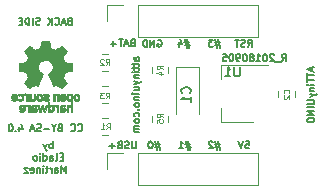
<source format=gbr>
G04 #@! TF.GenerationSoftware,KiCad,Pcbnew,(5.0.0)*
G04 #@! TF.CreationDate,2018-09-11T18:50:04-05:00*
G04 #@! TF.ProjectId,mini-attinyuino,6D696E692D617474696E7975696E6F2E,1.0*
G04 #@! TF.SameCoordinates,Original*
G04 #@! TF.FileFunction,Legend,Bot*
G04 #@! TF.FilePolarity,Positive*
%FSLAX46Y46*%
G04 Gerber Fmt 4.6, Leading zero omitted, Abs format (unit mm)*
G04 Created by KiCad (PCBNEW (5.0.0)) date 09/11/18 18:50:04*
%MOMM*%
%LPD*%
G01*
G04 APERTURE LIST*
%ADD10C,0.127000*%
%ADD11C,0.010000*%
%ADD12C,0.120000*%
%ADD13C,0.150000*%
%ADD14C,0.100000*%
G04 APERTURE END LIST*
D10*
X140001651Y-90629388D02*
X140201651Y-90343674D01*
X140344508Y-90629388D02*
X140344508Y-90029388D01*
X140115937Y-90029388D01*
X140058794Y-90057960D01*
X140030222Y-90086531D01*
X140001651Y-90143674D01*
X140001651Y-90229388D01*
X140030222Y-90286531D01*
X140058794Y-90315102D01*
X140115937Y-90343674D01*
X140344508Y-90343674D01*
X139887365Y-90686531D02*
X139430222Y-90686531D01*
X139315937Y-90086531D02*
X139287365Y-90057960D01*
X139230222Y-90029388D01*
X139087365Y-90029388D01*
X139030222Y-90057960D01*
X139001651Y-90086531D01*
X138973080Y-90143674D01*
X138973080Y-90200817D01*
X139001651Y-90286531D01*
X139344508Y-90629388D01*
X138973080Y-90629388D01*
X138601651Y-90029388D02*
X138544508Y-90029388D01*
X138487365Y-90057960D01*
X138458794Y-90086531D01*
X138430222Y-90143674D01*
X138401651Y-90257960D01*
X138401651Y-90400817D01*
X138430222Y-90515102D01*
X138458794Y-90572245D01*
X138487365Y-90600817D01*
X138544508Y-90629388D01*
X138601651Y-90629388D01*
X138658794Y-90600817D01*
X138687365Y-90572245D01*
X138715937Y-90515102D01*
X138744508Y-90400817D01*
X138744508Y-90257960D01*
X138715937Y-90143674D01*
X138687365Y-90086531D01*
X138658794Y-90057960D01*
X138601651Y-90029388D01*
X137830222Y-90629388D02*
X138173080Y-90629388D01*
X138001651Y-90629388D02*
X138001651Y-90029388D01*
X138058794Y-90115102D01*
X138115937Y-90172245D01*
X138173080Y-90200817D01*
X137487365Y-90286531D02*
X137544508Y-90257960D01*
X137573080Y-90229388D01*
X137601651Y-90172245D01*
X137601651Y-90143674D01*
X137573080Y-90086531D01*
X137544508Y-90057960D01*
X137487365Y-90029388D01*
X137373080Y-90029388D01*
X137315937Y-90057960D01*
X137287365Y-90086531D01*
X137258794Y-90143674D01*
X137258794Y-90172245D01*
X137287365Y-90229388D01*
X137315937Y-90257960D01*
X137373080Y-90286531D01*
X137487365Y-90286531D01*
X137544508Y-90315102D01*
X137573080Y-90343674D01*
X137601651Y-90400817D01*
X137601651Y-90515102D01*
X137573080Y-90572245D01*
X137544508Y-90600817D01*
X137487365Y-90629388D01*
X137373080Y-90629388D01*
X137315937Y-90600817D01*
X137287365Y-90572245D01*
X137258794Y-90515102D01*
X137258794Y-90400817D01*
X137287365Y-90343674D01*
X137315937Y-90315102D01*
X137373080Y-90286531D01*
X136887365Y-90029388D02*
X136830222Y-90029388D01*
X136773080Y-90057960D01*
X136744508Y-90086531D01*
X136715937Y-90143674D01*
X136687365Y-90257960D01*
X136687365Y-90400817D01*
X136715937Y-90515102D01*
X136744508Y-90572245D01*
X136773080Y-90600817D01*
X136830222Y-90629388D01*
X136887365Y-90629388D01*
X136944508Y-90600817D01*
X136973080Y-90572245D01*
X137001651Y-90515102D01*
X137030222Y-90400817D01*
X137030222Y-90257960D01*
X137001651Y-90143674D01*
X136973080Y-90086531D01*
X136944508Y-90057960D01*
X136887365Y-90029388D01*
X136401651Y-90629388D02*
X136287365Y-90629388D01*
X136230222Y-90600817D01*
X136201651Y-90572245D01*
X136144508Y-90486531D01*
X136115937Y-90372245D01*
X136115937Y-90143674D01*
X136144508Y-90086531D01*
X136173080Y-90057960D01*
X136230222Y-90029388D01*
X136344508Y-90029388D01*
X136401651Y-90057960D01*
X136430222Y-90086531D01*
X136458794Y-90143674D01*
X136458794Y-90286531D01*
X136430222Y-90343674D01*
X136401651Y-90372245D01*
X136344508Y-90400817D01*
X136230222Y-90400817D01*
X136173080Y-90372245D01*
X136144508Y-90343674D01*
X136115937Y-90286531D01*
X135744508Y-90029388D02*
X135687365Y-90029388D01*
X135630222Y-90057960D01*
X135601651Y-90086531D01*
X135573080Y-90143674D01*
X135544508Y-90257960D01*
X135544508Y-90400817D01*
X135573080Y-90515102D01*
X135601651Y-90572245D01*
X135630222Y-90600817D01*
X135687365Y-90629388D01*
X135744508Y-90629388D01*
X135801651Y-90600817D01*
X135830222Y-90572245D01*
X135858794Y-90515102D01*
X135887365Y-90400817D01*
X135887365Y-90257960D01*
X135858794Y-90143674D01*
X135830222Y-90086531D01*
X135801651Y-90057960D01*
X135744508Y-90029388D01*
X135001651Y-90029388D02*
X135287365Y-90029388D01*
X135315937Y-90315102D01*
X135287365Y-90286531D01*
X135230222Y-90257960D01*
X135087365Y-90257960D01*
X135030222Y-90286531D01*
X135001651Y-90315102D01*
X134973080Y-90372245D01*
X134973080Y-90515102D01*
X135001651Y-90572245D01*
X135030222Y-90600817D01*
X135087365Y-90629388D01*
X135230222Y-90629388D01*
X135287365Y-90600817D01*
X135315937Y-90572245D01*
X122734042Y-96520925D02*
X122762614Y-96549497D01*
X122848328Y-96578068D01*
X122905471Y-96578068D01*
X122991185Y-96549497D01*
X123048328Y-96492354D01*
X123076900Y-96435211D01*
X123105471Y-96320925D01*
X123105471Y-96235211D01*
X123076900Y-96120925D01*
X123048328Y-96063782D01*
X122991185Y-96006640D01*
X122905471Y-95978068D01*
X122848328Y-95978068D01*
X122762614Y-96006640D01*
X122734042Y-96035211D01*
X122134042Y-96520925D02*
X122162614Y-96549497D01*
X122248328Y-96578068D01*
X122305471Y-96578068D01*
X122391185Y-96549497D01*
X122448328Y-96492354D01*
X122476900Y-96435211D01*
X122505471Y-96320925D01*
X122505471Y-96235211D01*
X122476900Y-96120925D01*
X122448328Y-96063782D01*
X122391185Y-96006640D01*
X122305471Y-95978068D01*
X122248328Y-95978068D01*
X122162614Y-96006640D01*
X122134042Y-96035211D01*
X121219757Y-96263782D02*
X121134042Y-96292354D01*
X121105471Y-96320925D01*
X121076900Y-96378068D01*
X121076900Y-96463782D01*
X121105471Y-96520925D01*
X121134042Y-96549497D01*
X121191185Y-96578068D01*
X121419757Y-96578068D01*
X121419757Y-95978068D01*
X121219757Y-95978068D01*
X121162614Y-96006640D01*
X121134042Y-96035211D01*
X121105471Y-96092354D01*
X121105471Y-96149497D01*
X121134042Y-96206640D01*
X121162614Y-96235211D01*
X121219757Y-96263782D01*
X121419757Y-96263782D01*
X120705471Y-96292354D02*
X120705471Y-96578068D01*
X120905471Y-95978068D02*
X120705471Y-96292354D01*
X120505471Y-95978068D01*
X120305471Y-96349497D02*
X119848328Y-96349497D01*
X119591185Y-96549497D02*
X119505471Y-96578068D01*
X119362614Y-96578068D01*
X119305471Y-96549497D01*
X119276900Y-96520925D01*
X119248328Y-96463782D01*
X119248328Y-96406640D01*
X119276900Y-96349497D01*
X119305471Y-96320925D01*
X119362614Y-96292354D01*
X119476900Y-96263782D01*
X119534042Y-96235211D01*
X119562614Y-96206640D01*
X119591185Y-96149497D01*
X119591185Y-96092354D01*
X119562614Y-96035211D01*
X119534042Y-96006640D01*
X119476900Y-95978068D01*
X119334042Y-95978068D01*
X119248328Y-96006640D01*
X119019757Y-96406640D02*
X118734042Y-96406640D01*
X119076900Y-96578068D02*
X118876900Y-95978068D01*
X118676900Y-96578068D01*
X117762614Y-96178068D02*
X117762614Y-96578068D01*
X117905471Y-95949497D02*
X118048328Y-96378068D01*
X117676900Y-96378068D01*
X117448328Y-96520925D02*
X117419757Y-96549497D01*
X117448328Y-96578068D01*
X117476900Y-96549497D01*
X117448328Y-96520925D01*
X117448328Y-96578068D01*
X117048328Y-95978068D02*
X116991185Y-95978068D01*
X116934042Y-96006640D01*
X116905471Y-96035211D01*
X116876900Y-96092354D01*
X116848328Y-96206640D01*
X116848328Y-96349497D01*
X116876900Y-96463782D01*
X116905471Y-96520925D01*
X116934042Y-96549497D01*
X116991185Y-96578068D01*
X117048328Y-96578068D01*
X117105471Y-96549497D01*
X117134042Y-96520925D01*
X117162614Y-96463782D01*
X117191185Y-96349497D01*
X117191185Y-96206640D01*
X117162614Y-96092354D01*
X117134042Y-96035211D01*
X117105471Y-96006640D01*
X117048328Y-95978068D01*
X122034997Y-87246782D02*
X121949282Y-87275354D01*
X121920711Y-87303925D01*
X121892140Y-87361068D01*
X121892140Y-87446782D01*
X121920711Y-87503925D01*
X121949282Y-87532497D01*
X122006425Y-87561068D01*
X122234997Y-87561068D01*
X122234997Y-86961068D01*
X122034997Y-86961068D01*
X121977854Y-86989640D01*
X121949282Y-87018211D01*
X121920711Y-87075354D01*
X121920711Y-87132497D01*
X121949282Y-87189640D01*
X121977854Y-87218211D01*
X122034997Y-87246782D01*
X122234997Y-87246782D01*
X121663568Y-87389640D02*
X121377854Y-87389640D01*
X121720711Y-87561068D02*
X121520711Y-86961068D01*
X121320711Y-87561068D01*
X120777854Y-87503925D02*
X120806425Y-87532497D01*
X120892140Y-87561068D01*
X120949282Y-87561068D01*
X121034997Y-87532497D01*
X121092140Y-87475354D01*
X121120711Y-87418211D01*
X121149282Y-87303925D01*
X121149282Y-87218211D01*
X121120711Y-87103925D01*
X121092140Y-87046782D01*
X121034997Y-86989640D01*
X120949282Y-86961068D01*
X120892140Y-86961068D01*
X120806425Y-86989640D01*
X120777854Y-87018211D01*
X120520711Y-87561068D02*
X120520711Y-86961068D01*
X120177854Y-87561068D02*
X120434997Y-87218211D01*
X120177854Y-86961068D02*
X120520711Y-87303925D01*
X119492140Y-87532497D02*
X119406425Y-87561068D01*
X119263568Y-87561068D01*
X119206425Y-87532497D01*
X119177854Y-87503925D01*
X119149282Y-87446782D01*
X119149282Y-87389640D01*
X119177854Y-87332497D01*
X119206425Y-87303925D01*
X119263568Y-87275354D01*
X119377854Y-87246782D01*
X119434997Y-87218211D01*
X119463568Y-87189640D01*
X119492140Y-87132497D01*
X119492140Y-87075354D01*
X119463568Y-87018211D01*
X119434997Y-86989640D01*
X119377854Y-86961068D01*
X119234997Y-86961068D01*
X119149282Y-86989640D01*
X118892140Y-87561068D02*
X118892140Y-86961068D01*
X118606425Y-87561068D02*
X118606425Y-86961068D01*
X118463568Y-86961068D01*
X118377854Y-86989640D01*
X118320711Y-87046782D01*
X118292140Y-87103925D01*
X118263568Y-87218211D01*
X118263568Y-87303925D01*
X118292140Y-87418211D01*
X118320711Y-87475354D01*
X118377854Y-87532497D01*
X118463568Y-87561068D01*
X118606425Y-87561068D01*
X118006425Y-87246782D02*
X117806425Y-87246782D01*
X117720711Y-87561068D02*
X118006425Y-87561068D01*
X118006425Y-86961068D01*
X117720711Y-86961068D01*
X136918685Y-97425868D02*
X137204400Y-97425868D01*
X137232971Y-97711582D01*
X137204400Y-97683011D01*
X137147257Y-97654440D01*
X137004400Y-97654440D01*
X136947257Y-97683011D01*
X136918685Y-97711582D01*
X136890114Y-97768725D01*
X136890114Y-97911582D01*
X136918685Y-97968725D01*
X136947257Y-97997297D01*
X137004400Y-98025868D01*
X137147257Y-98025868D01*
X137204400Y-97997297D01*
X137232971Y-97968725D01*
X136718685Y-97425868D02*
X136518685Y-98025868D01*
X136318685Y-97425868D01*
X134730748Y-97625868D02*
X134302177Y-97625868D01*
X134559320Y-97368725D02*
X134730748Y-98140154D01*
X134359320Y-97883011D02*
X134787891Y-97883011D01*
X134530748Y-98140154D02*
X134359320Y-97368725D01*
X134130748Y-97483011D02*
X134102177Y-97454440D01*
X134045034Y-97425868D01*
X133902177Y-97425868D01*
X133845034Y-97454440D01*
X133816462Y-97483011D01*
X133787891Y-97540154D01*
X133787891Y-97597297D01*
X133816462Y-97683011D01*
X134159320Y-98025868D01*
X133787891Y-98025868D01*
X132205988Y-97625868D02*
X131777417Y-97625868D01*
X132034560Y-97368725D02*
X132205988Y-98140154D01*
X131834560Y-97883011D02*
X132263131Y-97883011D01*
X132005988Y-98140154D02*
X131834560Y-97368725D01*
X131263131Y-98025868D02*
X131605988Y-98025868D01*
X131434560Y-98025868D02*
X131434560Y-97425868D01*
X131491702Y-97511582D01*
X131548845Y-97568725D01*
X131605988Y-97597297D01*
X129640588Y-97625868D02*
X129212017Y-97625868D01*
X129469160Y-97368725D02*
X129640588Y-98140154D01*
X129269160Y-97883011D02*
X129697731Y-97883011D01*
X129440588Y-98140154D02*
X129269160Y-97368725D01*
X128897731Y-97425868D02*
X128840588Y-97425868D01*
X128783445Y-97454440D01*
X128754874Y-97483011D01*
X128726302Y-97540154D01*
X128697731Y-97654440D01*
X128697731Y-97797297D01*
X128726302Y-97911582D01*
X128754874Y-97968725D01*
X128783445Y-97997297D01*
X128840588Y-98025868D01*
X128897731Y-98025868D01*
X128954874Y-97997297D01*
X128983445Y-97968725D01*
X129012017Y-97911582D01*
X129040588Y-97797297D01*
X129040588Y-97654440D01*
X129012017Y-97540154D01*
X128983445Y-97483011D01*
X128954874Y-97454440D01*
X128897731Y-97425868D01*
X127648511Y-97425868D02*
X127648511Y-97911582D01*
X127619940Y-97968725D01*
X127591368Y-97997297D01*
X127534225Y-98025868D01*
X127419940Y-98025868D01*
X127362797Y-97997297D01*
X127334225Y-97968725D01*
X127305654Y-97911582D01*
X127305654Y-97425868D01*
X127048511Y-97997297D02*
X126962797Y-98025868D01*
X126819940Y-98025868D01*
X126762797Y-97997297D01*
X126734225Y-97968725D01*
X126705654Y-97911582D01*
X126705654Y-97854440D01*
X126734225Y-97797297D01*
X126762797Y-97768725D01*
X126819940Y-97740154D01*
X126934225Y-97711582D01*
X126991368Y-97683011D01*
X127019940Y-97654440D01*
X127048511Y-97597297D01*
X127048511Y-97540154D01*
X127019940Y-97483011D01*
X126991368Y-97454440D01*
X126934225Y-97425868D01*
X126791368Y-97425868D01*
X126705654Y-97454440D01*
X126248511Y-97711582D02*
X126162797Y-97740154D01*
X126134225Y-97768725D01*
X126105654Y-97825868D01*
X126105654Y-97911582D01*
X126134225Y-97968725D01*
X126162797Y-97997297D01*
X126219940Y-98025868D01*
X126448511Y-98025868D01*
X126448511Y-97425868D01*
X126248511Y-97425868D01*
X126191368Y-97454440D01*
X126162797Y-97483011D01*
X126134225Y-97540154D01*
X126134225Y-97597297D01*
X126162797Y-97654440D01*
X126191368Y-97683011D01*
X126248511Y-97711582D01*
X126448511Y-97711582D01*
X125848511Y-97797297D02*
X125391368Y-97797297D01*
X125619940Y-98025868D02*
X125619940Y-97568725D01*
X137112651Y-89422888D02*
X137312651Y-89137174D01*
X137455508Y-89422888D02*
X137455508Y-88822888D01*
X137226937Y-88822888D01*
X137169794Y-88851460D01*
X137141222Y-88880031D01*
X137112651Y-88937174D01*
X137112651Y-89022888D01*
X137141222Y-89080031D01*
X137169794Y-89108602D01*
X137226937Y-89137174D01*
X137455508Y-89137174D01*
X136884080Y-89394317D02*
X136798365Y-89422888D01*
X136655508Y-89422888D01*
X136598365Y-89394317D01*
X136569794Y-89365745D01*
X136541222Y-89308602D01*
X136541222Y-89251460D01*
X136569794Y-89194317D01*
X136598365Y-89165745D01*
X136655508Y-89137174D01*
X136769794Y-89108602D01*
X136826937Y-89080031D01*
X136855508Y-89051460D01*
X136884080Y-88994317D01*
X136884080Y-88937174D01*
X136855508Y-88880031D01*
X136826937Y-88851460D01*
X136769794Y-88822888D01*
X136626937Y-88822888D01*
X136541222Y-88851460D01*
X136369794Y-88822888D02*
X136026937Y-88822888D01*
X136198365Y-89422888D02*
X136198365Y-88822888D01*
X134730748Y-89022888D02*
X134302177Y-89022888D01*
X134559320Y-88765745D02*
X134730748Y-89537174D01*
X134359320Y-89280031D02*
X134787891Y-89280031D01*
X134530748Y-89537174D02*
X134359320Y-88765745D01*
X134159320Y-88822888D02*
X133787891Y-88822888D01*
X133987891Y-89051460D01*
X133902177Y-89051460D01*
X133845034Y-89080031D01*
X133816462Y-89108602D01*
X133787891Y-89165745D01*
X133787891Y-89308602D01*
X133816462Y-89365745D01*
X133845034Y-89394317D01*
X133902177Y-89422888D01*
X134073605Y-89422888D01*
X134130748Y-89394317D01*
X134159320Y-89365745D01*
X129478982Y-88851460D02*
X129536125Y-88822888D01*
X129621840Y-88822888D01*
X129707554Y-88851460D01*
X129764697Y-88908602D01*
X129793268Y-88965745D01*
X129821840Y-89080031D01*
X129821840Y-89165745D01*
X129793268Y-89280031D01*
X129764697Y-89337174D01*
X129707554Y-89394317D01*
X129621840Y-89422888D01*
X129564697Y-89422888D01*
X129478982Y-89394317D01*
X129450411Y-89365745D01*
X129450411Y-89165745D01*
X129564697Y-89165745D01*
X129193268Y-89422888D02*
X129193268Y-88822888D01*
X128850411Y-89422888D01*
X128850411Y-88822888D01*
X128564697Y-89422888D02*
X128564697Y-88822888D01*
X128421840Y-88822888D01*
X128336125Y-88851460D01*
X128278982Y-88908602D01*
X128250411Y-88965745D01*
X128221840Y-89080031D01*
X128221840Y-89165745D01*
X128250411Y-89280031D01*
X128278982Y-89337174D01*
X128336125Y-89394317D01*
X128421840Y-89422888D01*
X128564697Y-89422888D01*
X127334225Y-89088282D02*
X127248511Y-89116854D01*
X127219940Y-89145425D01*
X127191368Y-89202568D01*
X127191368Y-89288282D01*
X127219940Y-89345425D01*
X127248511Y-89373997D01*
X127305654Y-89402568D01*
X127534225Y-89402568D01*
X127534225Y-88802568D01*
X127334225Y-88802568D01*
X127277082Y-88831140D01*
X127248511Y-88859711D01*
X127219940Y-88916854D01*
X127219940Y-88973997D01*
X127248511Y-89031140D01*
X127277082Y-89059711D01*
X127334225Y-89088282D01*
X127534225Y-89088282D01*
X126962797Y-89231140D02*
X126677082Y-89231140D01*
X127019940Y-89402568D02*
X126819940Y-88802568D01*
X126619940Y-89402568D01*
X126505654Y-88802568D02*
X126162797Y-88802568D01*
X126334225Y-89402568D02*
X126334225Y-88802568D01*
X125962797Y-89173997D02*
X125505654Y-89173997D01*
X125734225Y-89402568D02*
X125734225Y-88945425D01*
X132142488Y-89022888D02*
X131713917Y-89022888D01*
X131971060Y-88765745D02*
X132142488Y-89537174D01*
X131771060Y-89280031D02*
X132199631Y-89280031D01*
X131942488Y-89537174D02*
X131771060Y-88765745D01*
X131256774Y-89022888D02*
X131256774Y-89422888D01*
X131399631Y-88794317D02*
X131542488Y-89222888D01*
X131171060Y-89222888D01*
X127908968Y-90588825D02*
X127594682Y-90588825D01*
X127537540Y-90560254D01*
X127508968Y-90503111D01*
X127508968Y-90388825D01*
X127537540Y-90331682D01*
X127880397Y-90588825D02*
X127908968Y-90531682D01*
X127908968Y-90388825D01*
X127880397Y-90331682D01*
X127823254Y-90303111D01*
X127766111Y-90303111D01*
X127708968Y-90331682D01*
X127680397Y-90388825D01*
X127680397Y-90531682D01*
X127651825Y-90588825D01*
X127508968Y-90788825D02*
X127508968Y-91017397D01*
X127308968Y-90874540D02*
X127823254Y-90874540D01*
X127880397Y-90903111D01*
X127908968Y-90960254D01*
X127908968Y-91017397D01*
X127508968Y-91131682D02*
X127508968Y-91360254D01*
X127308968Y-91217397D02*
X127823254Y-91217397D01*
X127880397Y-91245968D01*
X127908968Y-91303111D01*
X127908968Y-91360254D01*
X127908968Y-91560254D02*
X127508968Y-91560254D01*
X127308968Y-91560254D02*
X127337540Y-91531682D01*
X127366111Y-91560254D01*
X127337540Y-91588825D01*
X127308968Y-91560254D01*
X127366111Y-91560254D01*
X127508968Y-91845968D02*
X127908968Y-91845968D01*
X127566111Y-91845968D02*
X127537540Y-91874540D01*
X127508968Y-91931682D01*
X127508968Y-92017397D01*
X127537540Y-92074540D01*
X127594682Y-92103111D01*
X127908968Y-92103111D01*
X127508968Y-92331682D02*
X127908968Y-92474540D01*
X127508968Y-92617397D02*
X127908968Y-92474540D01*
X128051825Y-92417397D01*
X128080397Y-92388825D01*
X128108968Y-92331682D01*
X127508968Y-93103111D02*
X127908968Y-93103111D01*
X127508968Y-92845968D02*
X127823254Y-92845968D01*
X127880397Y-92874540D01*
X127908968Y-92931682D01*
X127908968Y-93017397D01*
X127880397Y-93074540D01*
X127851825Y-93103111D01*
X127908968Y-93388825D02*
X127508968Y-93388825D01*
X127308968Y-93388825D02*
X127337540Y-93360254D01*
X127366111Y-93388825D01*
X127337540Y-93417397D01*
X127308968Y-93388825D01*
X127366111Y-93388825D01*
X127508968Y-93674540D02*
X127908968Y-93674540D01*
X127566111Y-93674540D02*
X127537540Y-93703111D01*
X127508968Y-93760254D01*
X127508968Y-93845968D01*
X127537540Y-93903111D01*
X127594682Y-93931682D01*
X127908968Y-93931682D01*
X127908968Y-94303111D02*
X127880397Y-94245968D01*
X127851825Y-94217397D01*
X127794682Y-94188825D01*
X127623254Y-94188825D01*
X127566111Y-94217397D01*
X127537540Y-94245968D01*
X127508968Y-94303111D01*
X127508968Y-94388825D01*
X127537540Y-94445968D01*
X127566111Y-94474540D01*
X127623254Y-94503111D01*
X127794682Y-94503111D01*
X127851825Y-94474540D01*
X127880397Y-94445968D01*
X127908968Y-94388825D01*
X127908968Y-94303111D01*
X127851825Y-94760254D02*
X127880397Y-94788825D01*
X127908968Y-94760254D01*
X127880397Y-94731682D01*
X127851825Y-94760254D01*
X127908968Y-94760254D01*
X127880397Y-95303111D02*
X127908968Y-95245968D01*
X127908968Y-95131682D01*
X127880397Y-95074540D01*
X127851825Y-95045968D01*
X127794682Y-95017397D01*
X127623254Y-95017397D01*
X127566111Y-95045968D01*
X127537540Y-95074540D01*
X127508968Y-95131682D01*
X127508968Y-95245968D01*
X127537540Y-95303111D01*
X127908968Y-95645968D02*
X127880397Y-95588825D01*
X127851825Y-95560254D01*
X127794682Y-95531682D01*
X127623254Y-95531682D01*
X127566111Y-95560254D01*
X127537540Y-95588825D01*
X127508968Y-95645968D01*
X127508968Y-95731682D01*
X127537540Y-95788825D01*
X127566111Y-95817397D01*
X127623254Y-95845968D01*
X127794682Y-95845968D01*
X127851825Y-95817397D01*
X127880397Y-95788825D01*
X127908968Y-95731682D01*
X127908968Y-95645968D01*
X127908968Y-96103111D02*
X127508968Y-96103111D01*
X127566111Y-96103111D02*
X127537540Y-96131682D01*
X127508968Y-96188825D01*
X127508968Y-96274540D01*
X127537540Y-96331682D01*
X127594682Y-96360254D01*
X127908968Y-96360254D01*
X127594682Y-96360254D02*
X127537540Y-96388825D01*
X127508968Y-96445968D01*
X127508968Y-96531682D01*
X127537540Y-96588825D01*
X127594682Y-96617397D01*
X127908968Y-96617397D01*
X142581300Y-91177728D02*
X142581300Y-91463442D01*
X142752728Y-91120585D02*
X142152728Y-91320585D01*
X142752728Y-91520585D01*
X142152728Y-91634871D02*
X142152728Y-91977728D01*
X142752728Y-91806300D02*
X142152728Y-91806300D01*
X142152728Y-92092014D02*
X142152728Y-92434871D01*
X142752728Y-92263442D02*
X142152728Y-92263442D01*
X142752728Y-92634871D02*
X142352728Y-92634871D01*
X142152728Y-92634871D02*
X142181300Y-92606300D01*
X142209871Y-92634871D01*
X142181300Y-92663442D01*
X142152728Y-92634871D01*
X142209871Y-92634871D01*
X142352728Y-92920585D02*
X142752728Y-92920585D01*
X142409871Y-92920585D02*
X142381300Y-92949157D01*
X142352728Y-93006300D01*
X142352728Y-93092014D01*
X142381300Y-93149157D01*
X142438442Y-93177728D01*
X142752728Y-93177728D01*
X142352728Y-93406300D02*
X142752728Y-93549157D01*
X142352728Y-93692014D02*
X142752728Y-93549157D01*
X142895585Y-93492014D01*
X142924157Y-93463442D01*
X142952728Y-93406300D01*
X142152728Y-93920585D02*
X142638442Y-93920585D01*
X142695585Y-93949157D01*
X142724157Y-93977728D01*
X142752728Y-94034871D01*
X142752728Y-94149157D01*
X142724157Y-94206300D01*
X142695585Y-94234871D01*
X142638442Y-94263442D01*
X142152728Y-94263442D01*
X142752728Y-94549157D02*
X142152728Y-94549157D01*
X142752728Y-94834871D02*
X142152728Y-94834871D01*
X142752728Y-95177728D01*
X142152728Y-95177728D01*
X142152728Y-95577728D02*
X142152728Y-95692014D01*
X142181300Y-95749157D01*
X142238442Y-95806300D01*
X142352728Y-95834871D01*
X142552728Y-95834871D01*
X142667014Y-95806300D01*
X142724157Y-95749157D01*
X142752728Y-95692014D01*
X142752728Y-95577728D01*
X142724157Y-95520585D01*
X142667014Y-95463442D01*
X142552728Y-95434871D01*
X142352728Y-95434871D01*
X142238442Y-95463442D01*
X142181300Y-95520585D01*
X142152728Y-95577728D01*
X120577854Y-98030108D02*
X120577854Y-97430108D01*
X120577854Y-97658680D02*
X120520711Y-97630108D01*
X120406425Y-97630108D01*
X120349282Y-97658680D01*
X120320711Y-97687251D01*
X120292140Y-97744394D01*
X120292140Y-97915822D01*
X120320711Y-97972965D01*
X120349282Y-98001537D01*
X120406425Y-98030108D01*
X120520711Y-98030108D01*
X120577854Y-98001537D01*
X120092140Y-97630108D02*
X119949282Y-98030108D01*
X119806425Y-97630108D02*
X119949282Y-98030108D01*
X120006425Y-98172965D01*
X120034997Y-98201537D01*
X120092140Y-98230108D01*
X121463568Y-98742822D02*
X121263568Y-98742822D01*
X121177854Y-99057108D02*
X121463568Y-99057108D01*
X121463568Y-98457108D01*
X121177854Y-98457108D01*
X120834997Y-99057108D02*
X120892140Y-99028537D01*
X120920711Y-98971394D01*
X120920711Y-98457108D01*
X120349282Y-99057108D02*
X120349282Y-98742822D01*
X120377854Y-98685680D01*
X120434997Y-98657108D01*
X120549282Y-98657108D01*
X120606425Y-98685680D01*
X120349282Y-99028537D02*
X120406425Y-99057108D01*
X120549282Y-99057108D01*
X120606425Y-99028537D01*
X120634997Y-98971394D01*
X120634997Y-98914251D01*
X120606425Y-98857108D01*
X120549282Y-98828537D01*
X120406425Y-98828537D01*
X120349282Y-98799965D01*
X119806425Y-99057108D02*
X119806425Y-98457108D01*
X119806425Y-99028537D02*
X119863568Y-99057108D01*
X119977854Y-99057108D01*
X120034997Y-99028537D01*
X120063568Y-98999965D01*
X120092140Y-98942822D01*
X120092140Y-98771394D01*
X120063568Y-98714251D01*
X120034997Y-98685680D01*
X119977854Y-98657108D01*
X119863568Y-98657108D01*
X119806425Y-98685680D01*
X119520711Y-99057108D02*
X119520711Y-98657108D01*
X119520711Y-98457108D02*
X119549282Y-98485680D01*
X119520711Y-98514251D01*
X119492140Y-98485680D01*
X119520711Y-98457108D01*
X119520711Y-98514251D01*
X119149282Y-99057108D02*
X119206425Y-99028537D01*
X119234997Y-98999965D01*
X119263568Y-98942822D01*
X119263568Y-98771394D01*
X119234997Y-98714251D01*
X119206425Y-98685680D01*
X119149282Y-98657108D01*
X119063568Y-98657108D01*
X119006425Y-98685680D01*
X118977854Y-98714251D01*
X118949282Y-98771394D01*
X118949282Y-98942822D01*
X118977854Y-98999965D01*
X119006425Y-99028537D01*
X119063568Y-99057108D01*
X119149282Y-99057108D01*
X121734997Y-100084108D02*
X121734997Y-99484108D01*
X121534997Y-99912680D01*
X121334997Y-99484108D01*
X121334997Y-100084108D01*
X120792140Y-100084108D02*
X120792140Y-99769822D01*
X120820711Y-99712680D01*
X120877854Y-99684108D01*
X120992140Y-99684108D01*
X121049282Y-99712680D01*
X120792140Y-100055537D02*
X120849282Y-100084108D01*
X120992140Y-100084108D01*
X121049282Y-100055537D01*
X121077854Y-99998394D01*
X121077854Y-99941251D01*
X121049282Y-99884108D01*
X120992140Y-99855537D01*
X120849282Y-99855537D01*
X120792140Y-99826965D01*
X120506425Y-100084108D02*
X120506425Y-99684108D01*
X120506425Y-99798394D02*
X120477854Y-99741251D01*
X120449282Y-99712680D01*
X120392140Y-99684108D01*
X120334997Y-99684108D01*
X120220711Y-99684108D02*
X119992140Y-99684108D01*
X120134997Y-99484108D02*
X120134997Y-99998394D01*
X120106425Y-100055537D01*
X120049282Y-100084108D01*
X119992140Y-100084108D01*
X119792140Y-100084108D02*
X119792140Y-99684108D01*
X119792140Y-99484108D02*
X119820711Y-99512680D01*
X119792140Y-99541251D01*
X119763568Y-99512680D01*
X119792140Y-99484108D01*
X119792140Y-99541251D01*
X119506425Y-99684108D02*
X119506425Y-100084108D01*
X119506425Y-99741251D02*
X119477854Y-99712680D01*
X119420711Y-99684108D01*
X119334997Y-99684108D01*
X119277854Y-99712680D01*
X119249282Y-99769822D01*
X119249282Y-100084108D01*
X118734997Y-100055537D02*
X118792140Y-100084108D01*
X118906425Y-100084108D01*
X118963568Y-100055537D01*
X118992140Y-99998394D01*
X118992140Y-99769822D01*
X118963568Y-99712680D01*
X118906425Y-99684108D01*
X118792140Y-99684108D01*
X118734997Y-99712680D01*
X118706425Y-99769822D01*
X118706425Y-99826965D01*
X118992140Y-99884108D01*
X118506425Y-99684108D02*
X118192140Y-99684108D01*
X118506425Y-100084108D01*
X118192140Y-100084108D01*
D11*
G04 #@! TO.C,REF01*
G36*
X119599936Y-89220238D02*
X119543088Y-89521790D01*
X119123562Y-89694732D01*
X118871916Y-89523615D01*
X118801442Y-89475970D01*
X118737737Y-89433430D01*
X118683774Y-89397935D01*
X118642527Y-89371430D01*
X118616966Y-89355856D01*
X118610005Y-89352498D01*
X118597465Y-89361134D01*
X118570669Y-89385012D01*
X118532620Y-89421079D01*
X118486321Y-89466287D01*
X118434777Y-89517584D01*
X118380991Y-89571921D01*
X118327965Y-89626248D01*
X118278705Y-89677515D01*
X118236213Y-89722671D01*
X118203493Y-89758666D01*
X118183549Y-89782450D01*
X118178781Y-89790410D01*
X118185643Y-89805085D01*
X118204880Y-89837234D01*
X118234470Y-89883712D01*
X118272390Y-89941376D01*
X118316618Y-90007080D01*
X118342246Y-90044556D01*
X118388959Y-90112988D01*
X118430468Y-90174740D01*
X118464760Y-90226739D01*
X118489820Y-90265912D01*
X118503636Y-90289185D01*
X118505712Y-90294075D01*
X118501005Y-90307975D01*
X118488177Y-90340370D01*
X118469162Y-90386705D01*
X118445897Y-90442426D01*
X118420316Y-90502978D01*
X118394355Y-90563806D01*
X118369950Y-90620356D01*
X118349037Y-90668072D01*
X118333551Y-90702401D01*
X118325428Y-90718788D01*
X118324948Y-90719432D01*
X118312193Y-90722561D01*
X118278223Y-90729541D01*
X118226560Y-90739687D01*
X118160724Y-90752312D01*
X118084236Y-90766729D01*
X118039610Y-90775043D01*
X117957879Y-90790604D01*
X117884057Y-90805412D01*
X117821879Y-90818656D01*
X117775078Y-90829525D01*
X117747391Y-90837209D01*
X117741826Y-90839647D01*
X117736374Y-90856150D01*
X117731976Y-90893420D01*
X117728628Y-90947100D01*
X117726326Y-91012832D01*
X117725068Y-91086257D01*
X117724852Y-91163016D01*
X117725673Y-91238752D01*
X117727529Y-91309106D01*
X117730418Y-91369720D01*
X117734335Y-91416236D01*
X117739278Y-91444295D01*
X117742243Y-91450136D01*
X117759966Y-91457137D01*
X117797519Y-91467147D01*
X117849936Y-91478989D01*
X117912248Y-91491487D01*
X117934000Y-91495530D01*
X118038876Y-91514740D01*
X118121720Y-91530211D01*
X118185270Y-91542557D01*
X118232263Y-91552393D01*
X118265437Y-91560334D01*
X118287529Y-91566996D01*
X118301276Y-91572993D01*
X118309416Y-91578939D01*
X118310555Y-91580114D01*
X118321923Y-91599046D01*
X118339265Y-91635889D01*
X118360850Y-91686133D01*
X118384946Y-91745266D01*
X118409821Y-91808776D01*
X118433743Y-91872152D01*
X118454981Y-91930882D01*
X118471803Y-91980455D01*
X118482478Y-92016359D01*
X118485273Y-92034082D01*
X118485040Y-92034703D01*
X118475569Y-92049190D01*
X118454082Y-92081064D01*
X118422837Y-92127009D01*
X118384093Y-92183705D01*
X118340107Y-92247837D01*
X118327581Y-92266062D01*
X118282916Y-92332134D01*
X118243612Y-92392420D01*
X118211812Y-92443455D01*
X118189655Y-92481780D01*
X118179283Y-92503931D01*
X118178781Y-92506652D01*
X118187495Y-92520956D01*
X118211575Y-92549292D01*
X118247924Y-92588616D01*
X118293447Y-92635881D01*
X118345048Y-92688043D01*
X118399633Y-92742055D01*
X118454106Y-92794873D01*
X118505371Y-92843451D01*
X118550333Y-92884743D01*
X118585896Y-92915705D01*
X118608965Y-92933290D01*
X118615346Y-92936161D01*
X118630201Y-92929398D01*
X118660614Y-92911159D01*
X118701632Y-92884517D01*
X118733191Y-92863072D01*
X118790375Y-92823723D01*
X118858094Y-92777391D01*
X118926020Y-92731133D01*
X118962539Y-92706375D01*
X119086148Y-92622767D01*
X119189909Y-92678870D01*
X119237180Y-92703448D01*
X119277377Y-92722551D01*
X119304574Y-92733447D01*
X119311498Y-92734963D01*
X119319823Y-92723769D01*
X119336246Y-92692137D01*
X119359543Y-92642985D01*
X119388486Y-92579230D01*
X119421850Y-92503791D01*
X119458409Y-92419584D01*
X119496936Y-92329528D01*
X119536206Y-92236541D01*
X119574992Y-92143540D01*
X119612070Y-92053443D01*
X119646211Y-91969168D01*
X119676192Y-91893633D01*
X119700784Y-91829754D01*
X119718764Y-91780451D01*
X119728903Y-91748641D01*
X119730534Y-91737716D01*
X119717609Y-91723781D01*
X119689311Y-91701160D01*
X119651554Y-91674553D01*
X119648385Y-91672448D01*
X119550800Y-91594334D01*
X119472114Y-91503202D01*
X119413009Y-91401965D01*
X119374168Y-91293538D01*
X119356272Y-91180834D01*
X119360003Y-91066768D01*
X119386043Y-90954254D01*
X119435075Y-90846205D01*
X119449500Y-90822565D01*
X119524531Y-90727107D01*
X119613170Y-90650452D01*
X119712351Y-90593000D01*
X119819005Y-90555149D01*
X119930064Y-90537298D01*
X120042461Y-90539845D01*
X120153127Y-90563190D01*
X120258994Y-90607730D01*
X120356995Y-90673865D01*
X120387310Y-90700707D01*
X120464462Y-90784732D01*
X120520682Y-90873186D01*
X120559247Y-90972335D01*
X120580726Y-91070523D01*
X120586028Y-91180917D01*
X120568348Y-91291860D01*
X120529481Y-91399601D01*
X120471223Y-91500389D01*
X120395369Y-91590476D01*
X120303717Y-91666112D01*
X120291672Y-91674084D01*
X120253511Y-91700194D01*
X120224501Y-91722815D01*
X120210632Y-91737259D01*
X120210431Y-91737716D01*
X120213408Y-91753341D01*
X120225211Y-91788802D01*
X120244614Y-91841182D01*
X120270388Y-91907565D01*
X120301309Y-91985034D01*
X120336149Y-92070670D01*
X120373683Y-92161557D01*
X120412683Y-92254779D01*
X120451923Y-92347417D01*
X120490176Y-92436555D01*
X120526217Y-92519275D01*
X120558817Y-92592661D01*
X120586752Y-92653795D01*
X120608795Y-92699761D01*
X120623718Y-92727641D01*
X120629728Y-92734963D01*
X120648091Y-92729261D01*
X120682452Y-92713969D01*
X120726884Y-92691819D01*
X120751317Y-92678870D01*
X120855078Y-92622767D01*
X120978687Y-92706375D01*
X121041786Y-92749207D01*
X121110870Y-92796342D01*
X121175607Y-92840723D01*
X121208034Y-92863072D01*
X121253641Y-92893697D01*
X121292260Y-92917967D01*
X121318852Y-92932807D01*
X121327490Y-92935944D01*
X121340061Y-92927481D01*
X121367884Y-92903856D01*
X121408261Y-92867522D01*
X121458495Y-92820931D01*
X121515888Y-92766537D01*
X121552186Y-92731612D01*
X121615690Y-92669216D01*
X121670573Y-92613408D01*
X121714614Y-92566574D01*
X121745595Y-92531102D01*
X121761298Y-92509381D01*
X121762805Y-92504972D01*
X121755814Y-92488205D01*
X121736494Y-92454302D01*
X121706991Y-92406696D01*
X121669445Y-92348819D01*
X121626000Y-92284104D01*
X121613645Y-92266062D01*
X121568627Y-92200487D01*
X121528240Y-92141448D01*
X121494740Y-92092262D01*
X121470386Y-92056248D01*
X121457436Y-92036722D01*
X121456185Y-92034703D01*
X121458056Y-92019142D01*
X121467987Y-91984929D01*
X121484247Y-91936575D01*
X121505105Y-91878591D01*
X121528827Y-91815490D01*
X121553684Y-91751783D01*
X121577942Y-91691981D01*
X121599871Y-91640596D01*
X121617738Y-91602139D01*
X121629813Y-91581122D01*
X121630671Y-91580114D01*
X121638054Y-91574108D01*
X121650525Y-91568168D01*
X121670820Y-91561680D01*
X121701678Y-91554029D01*
X121745834Y-91544600D01*
X121806026Y-91532779D01*
X121884993Y-91517949D01*
X121985470Y-91499497D01*
X122007225Y-91495530D01*
X122071702Y-91483073D01*
X122127911Y-91470886D01*
X122170887Y-91460146D01*
X122195660Y-91452029D01*
X122198982Y-91450136D01*
X122204456Y-91433358D01*
X122208906Y-91395865D01*
X122212328Y-91342014D01*
X122214719Y-91276164D01*
X122216077Y-91202673D01*
X122216399Y-91125900D01*
X122215681Y-91050203D01*
X122213921Y-90979940D01*
X122211116Y-90919470D01*
X122207262Y-90873150D01*
X122202357Y-90845339D01*
X122199400Y-90839647D01*
X122182937Y-90833906D01*
X122145451Y-90824565D01*
X122090675Y-90812435D01*
X122022345Y-90798327D01*
X121944194Y-90783050D01*
X121901616Y-90775043D01*
X121820829Y-90759941D01*
X121748787Y-90746260D01*
X121689011Y-90734687D01*
X121645021Y-90725907D01*
X121620339Y-90720607D01*
X121616277Y-90719432D01*
X121609411Y-90706185D01*
X121594898Y-90674277D01*
X121574671Y-90628267D01*
X121550666Y-90572712D01*
X121524818Y-90512173D01*
X121499060Y-90451206D01*
X121475327Y-90394371D01*
X121455554Y-90346226D01*
X121441676Y-90311330D01*
X121435626Y-90294241D01*
X121435514Y-90293494D01*
X121442372Y-90280013D01*
X121461598Y-90248990D01*
X121491172Y-90203509D01*
X121529073Y-90146652D01*
X121573280Y-90081503D01*
X121598979Y-90044082D01*
X121645807Y-89975467D01*
X121687399Y-89913172D01*
X121721725Y-89860349D01*
X121746757Y-89820147D01*
X121760465Y-89795720D01*
X121762444Y-89790244D01*
X121753934Y-89777498D01*
X121730407Y-89750283D01*
X121694868Y-89711648D01*
X121650323Y-89664643D01*
X121599777Y-89612315D01*
X121546236Y-89557715D01*
X121492705Y-89503890D01*
X121442189Y-89453890D01*
X121397694Y-89410763D01*
X121362225Y-89377559D01*
X121338787Y-89357326D01*
X121330946Y-89352498D01*
X121318180Y-89359287D01*
X121287644Y-89378362D01*
X121242310Y-89407781D01*
X121185144Y-89445601D01*
X121119116Y-89489881D01*
X121069310Y-89523615D01*
X120817664Y-89694732D01*
X120607901Y-89608261D01*
X120398137Y-89521790D01*
X120341289Y-89220238D01*
X120284440Y-88918686D01*
X119656785Y-88918686D01*
X119599936Y-89220238D01*
X119599936Y-89220238D01*
G37*
X119599936Y-89220238D02*
X119543088Y-89521790D01*
X119123562Y-89694732D01*
X118871916Y-89523615D01*
X118801442Y-89475970D01*
X118737737Y-89433430D01*
X118683774Y-89397935D01*
X118642527Y-89371430D01*
X118616966Y-89355856D01*
X118610005Y-89352498D01*
X118597465Y-89361134D01*
X118570669Y-89385012D01*
X118532620Y-89421079D01*
X118486321Y-89466287D01*
X118434777Y-89517584D01*
X118380991Y-89571921D01*
X118327965Y-89626248D01*
X118278705Y-89677515D01*
X118236213Y-89722671D01*
X118203493Y-89758666D01*
X118183549Y-89782450D01*
X118178781Y-89790410D01*
X118185643Y-89805085D01*
X118204880Y-89837234D01*
X118234470Y-89883712D01*
X118272390Y-89941376D01*
X118316618Y-90007080D01*
X118342246Y-90044556D01*
X118388959Y-90112988D01*
X118430468Y-90174740D01*
X118464760Y-90226739D01*
X118489820Y-90265912D01*
X118503636Y-90289185D01*
X118505712Y-90294075D01*
X118501005Y-90307975D01*
X118488177Y-90340370D01*
X118469162Y-90386705D01*
X118445897Y-90442426D01*
X118420316Y-90502978D01*
X118394355Y-90563806D01*
X118369950Y-90620356D01*
X118349037Y-90668072D01*
X118333551Y-90702401D01*
X118325428Y-90718788D01*
X118324948Y-90719432D01*
X118312193Y-90722561D01*
X118278223Y-90729541D01*
X118226560Y-90739687D01*
X118160724Y-90752312D01*
X118084236Y-90766729D01*
X118039610Y-90775043D01*
X117957879Y-90790604D01*
X117884057Y-90805412D01*
X117821879Y-90818656D01*
X117775078Y-90829525D01*
X117747391Y-90837209D01*
X117741826Y-90839647D01*
X117736374Y-90856150D01*
X117731976Y-90893420D01*
X117728628Y-90947100D01*
X117726326Y-91012832D01*
X117725068Y-91086257D01*
X117724852Y-91163016D01*
X117725673Y-91238752D01*
X117727529Y-91309106D01*
X117730418Y-91369720D01*
X117734335Y-91416236D01*
X117739278Y-91444295D01*
X117742243Y-91450136D01*
X117759966Y-91457137D01*
X117797519Y-91467147D01*
X117849936Y-91478989D01*
X117912248Y-91491487D01*
X117934000Y-91495530D01*
X118038876Y-91514740D01*
X118121720Y-91530211D01*
X118185270Y-91542557D01*
X118232263Y-91552393D01*
X118265437Y-91560334D01*
X118287529Y-91566996D01*
X118301276Y-91572993D01*
X118309416Y-91578939D01*
X118310555Y-91580114D01*
X118321923Y-91599046D01*
X118339265Y-91635889D01*
X118360850Y-91686133D01*
X118384946Y-91745266D01*
X118409821Y-91808776D01*
X118433743Y-91872152D01*
X118454981Y-91930882D01*
X118471803Y-91980455D01*
X118482478Y-92016359D01*
X118485273Y-92034082D01*
X118485040Y-92034703D01*
X118475569Y-92049190D01*
X118454082Y-92081064D01*
X118422837Y-92127009D01*
X118384093Y-92183705D01*
X118340107Y-92247837D01*
X118327581Y-92266062D01*
X118282916Y-92332134D01*
X118243612Y-92392420D01*
X118211812Y-92443455D01*
X118189655Y-92481780D01*
X118179283Y-92503931D01*
X118178781Y-92506652D01*
X118187495Y-92520956D01*
X118211575Y-92549292D01*
X118247924Y-92588616D01*
X118293447Y-92635881D01*
X118345048Y-92688043D01*
X118399633Y-92742055D01*
X118454106Y-92794873D01*
X118505371Y-92843451D01*
X118550333Y-92884743D01*
X118585896Y-92915705D01*
X118608965Y-92933290D01*
X118615346Y-92936161D01*
X118630201Y-92929398D01*
X118660614Y-92911159D01*
X118701632Y-92884517D01*
X118733191Y-92863072D01*
X118790375Y-92823723D01*
X118858094Y-92777391D01*
X118926020Y-92731133D01*
X118962539Y-92706375D01*
X119086148Y-92622767D01*
X119189909Y-92678870D01*
X119237180Y-92703448D01*
X119277377Y-92722551D01*
X119304574Y-92733447D01*
X119311498Y-92734963D01*
X119319823Y-92723769D01*
X119336246Y-92692137D01*
X119359543Y-92642985D01*
X119388486Y-92579230D01*
X119421850Y-92503791D01*
X119458409Y-92419584D01*
X119496936Y-92329528D01*
X119536206Y-92236541D01*
X119574992Y-92143540D01*
X119612070Y-92053443D01*
X119646211Y-91969168D01*
X119676192Y-91893633D01*
X119700784Y-91829754D01*
X119718764Y-91780451D01*
X119728903Y-91748641D01*
X119730534Y-91737716D01*
X119717609Y-91723781D01*
X119689311Y-91701160D01*
X119651554Y-91674553D01*
X119648385Y-91672448D01*
X119550800Y-91594334D01*
X119472114Y-91503202D01*
X119413009Y-91401965D01*
X119374168Y-91293538D01*
X119356272Y-91180834D01*
X119360003Y-91066768D01*
X119386043Y-90954254D01*
X119435075Y-90846205D01*
X119449500Y-90822565D01*
X119524531Y-90727107D01*
X119613170Y-90650452D01*
X119712351Y-90593000D01*
X119819005Y-90555149D01*
X119930064Y-90537298D01*
X120042461Y-90539845D01*
X120153127Y-90563190D01*
X120258994Y-90607730D01*
X120356995Y-90673865D01*
X120387310Y-90700707D01*
X120464462Y-90784732D01*
X120520682Y-90873186D01*
X120559247Y-90972335D01*
X120580726Y-91070523D01*
X120586028Y-91180917D01*
X120568348Y-91291860D01*
X120529481Y-91399601D01*
X120471223Y-91500389D01*
X120395369Y-91590476D01*
X120303717Y-91666112D01*
X120291672Y-91674084D01*
X120253511Y-91700194D01*
X120224501Y-91722815D01*
X120210632Y-91737259D01*
X120210431Y-91737716D01*
X120213408Y-91753341D01*
X120225211Y-91788802D01*
X120244614Y-91841182D01*
X120270388Y-91907565D01*
X120301309Y-91985034D01*
X120336149Y-92070670D01*
X120373683Y-92161557D01*
X120412683Y-92254779D01*
X120451923Y-92347417D01*
X120490176Y-92436555D01*
X120526217Y-92519275D01*
X120558817Y-92592661D01*
X120586752Y-92653795D01*
X120608795Y-92699761D01*
X120623718Y-92727641D01*
X120629728Y-92734963D01*
X120648091Y-92729261D01*
X120682452Y-92713969D01*
X120726884Y-92691819D01*
X120751317Y-92678870D01*
X120855078Y-92622767D01*
X120978687Y-92706375D01*
X121041786Y-92749207D01*
X121110870Y-92796342D01*
X121175607Y-92840723D01*
X121208034Y-92863072D01*
X121253641Y-92893697D01*
X121292260Y-92917967D01*
X121318852Y-92932807D01*
X121327490Y-92935944D01*
X121340061Y-92927481D01*
X121367884Y-92903856D01*
X121408261Y-92867522D01*
X121458495Y-92820931D01*
X121515888Y-92766537D01*
X121552186Y-92731612D01*
X121615690Y-92669216D01*
X121670573Y-92613408D01*
X121714614Y-92566574D01*
X121745595Y-92531102D01*
X121761298Y-92509381D01*
X121762805Y-92504972D01*
X121755814Y-92488205D01*
X121736494Y-92454302D01*
X121706991Y-92406696D01*
X121669445Y-92348819D01*
X121626000Y-92284104D01*
X121613645Y-92266062D01*
X121568627Y-92200487D01*
X121528240Y-92141448D01*
X121494740Y-92092262D01*
X121470386Y-92056248D01*
X121457436Y-92036722D01*
X121456185Y-92034703D01*
X121458056Y-92019142D01*
X121467987Y-91984929D01*
X121484247Y-91936575D01*
X121505105Y-91878591D01*
X121528827Y-91815490D01*
X121553684Y-91751783D01*
X121577942Y-91691981D01*
X121599871Y-91640596D01*
X121617738Y-91602139D01*
X121629813Y-91581122D01*
X121630671Y-91580114D01*
X121638054Y-91574108D01*
X121650525Y-91568168D01*
X121670820Y-91561680D01*
X121701678Y-91554029D01*
X121745834Y-91544600D01*
X121806026Y-91532779D01*
X121884993Y-91517949D01*
X121985470Y-91499497D01*
X122007225Y-91495530D01*
X122071702Y-91483073D01*
X122127911Y-91470886D01*
X122170887Y-91460146D01*
X122195660Y-91452029D01*
X122198982Y-91450136D01*
X122204456Y-91433358D01*
X122208906Y-91395865D01*
X122212328Y-91342014D01*
X122214719Y-91276164D01*
X122216077Y-91202673D01*
X122216399Y-91125900D01*
X122215681Y-91050203D01*
X122213921Y-90979940D01*
X122211116Y-90919470D01*
X122207262Y-90873150D01*
X122202357Y-90845339D01*
X122199400Y-90839647D01*
X122182937Y-90833906D01*
X122145451Y-90824565D01*
X122090675Y-90812435D01*
X122022345Y-90798327D01*
X121944194Y-90783050D01*
X121901616Y-90775043D01*
X121820829Y-90759941D01*
X121748787Y-90746260D01*
X121689011Y-90734687D01*
X121645021Y-90725907D01*
X121620339Y-90720607D01*
X121616277Y-90719432D01*
X121609411Y-90706185D01*
X121594898Y-90674277D01*
X121574671Y-90628267D01*
X121550666Y-90572712D01*
X121524818Y-90512173D01*
X121499060Y-90451206D01*
X121475327Y-90394371D01*
X121455554Y-90346226D01*
X121441676Y-90311330D01*
X121435626Y-90294241D01*
X121435514Y-90293494D01*
X121442372Y-90280013D01*
X121461598Y-90248990D01*
X121491172Y-90203509D01*
X121529073Y-90146652D01*
X121573280Y-90081503D01*
X121598979Y-90044082D01*
X121645807Y-89975467D01*
X121687399Y-89913172D01*
X121721725Y-89860349D01*
X121746757Y-89820147D01*
X121760465Y-89795720D01*
X121762444Y-89790244D01*
X121753934Y-89777498D01*
X121730407Y-89750283D01*
X121694868Y-89711648D01*
X121650323Y-89664643D01*
X121599777Y-89612315D01*
X121546236Y-89557715D01*
X121492705Y-89503890D01*
X121442189Y-89453890D01*
X121397694Y-89410763D01*
X121362225Y-89377559D01*
X121338787Y-89357326D01*
X121330946Y-89352498D01*
X121318180Y-89359287D01*
X121287644Y-89378362D01*
X121242310Y-89407781D01*
X121185144Y-89445601D01*
X121119116Y-89489881D01*
X121069310Y-89523615D01*
X120817664Y-89694732D01*
X120607901Y-89608261D01*
X120398137Y-89521790D01*
X120341289Y-89220238D01*
X120284440Y-88918686D01*
X119656785Y-88918686D01*
X119599936Y-89220238D01*
G36*
X118177440Y-93388250D02*
X118134189Y-93401465D01*
X118106342Y-93418161D01*
X118097271Y-93431365D01*
X118099768Y-93447017D01*
X118115969Y-93471605D01*
X118129668Y-93489020D01*
X118157908Y-93520503D01*
X118179125Y-93533749D01*
X118197212Y-93532884D01*
X118250865Y-93519230D01*
X118290270Y-93519850D01*
X118322268Y-93535324D01*
X118333010Y-93544381D01*
X118367395Y-93576247D01*
X118367395Y-93992399D01*
X118505712Y-93992399D01*
X118505712Y-93388834D01*
X118436553Y-93388834D01*
X118395031Y-93390476D01*
X118373609Y-93396307D01*
X118367398Y-93407681D01*
X118367395Y-93408018D01*
X118364461Y-93419933D01*
X118351196Y-93418379D01*
X118332816Y-93409783D01*
X118294854Y-93393788D01*
X118264028Y-93384165D01*
X118224364Y-93381698D01*
X118177440Y-93388250D01*
X118177440Y-93388250D01*
G37*
X118177440Y-93388250D02*
X118134189Y-93401465D01*
X118106342Y-93418161D01*
X118097271Y-93431365D01*
X118099768Y-93447017D01*
X118115969Y-93471605D01*
X118129668Y-93489020D01*
X118157908Y-93520503D01*
X118179125Y-93533749D01*
X118197212Y-93532884D01*
X118250865Y-93519230D01*
X118290270Y-93519850D01*
X118322268Y-93535324D01*
X118333010Y-93544381D01*
X118367395Y-93576247D01*
X118367395Y-93992399D01*
X118505712Y-93992399D01*
X118505712Y-93388834D01*
X118436553Y-93388834D01*
X118395031Y-93390476D01*
X118373609Y-93396307D01*
X118367398Y-93407681D01*
X118367395Y-93408018D01*
X118364461Y-93419933D01*
X118351196Y-93418379D01*
X118332816Y-93409783D01*
X118294854Y-93393788D01*
X118264028Y-93384165D01*
X118224364Y-93381698D01*
X118177440Y-93388250D01*
G36*
X120730912Y-93399222D02*
X120699617Y-93414170D01*
X120669309Y-93435761D01*
X120646218Y-93460611D01*
X120629400Y-93492307D01*
X120617906Y-93534434D01*
X120610791Y-93590578D01*
X120607107Y-93664326D01*
X120605908Y-93759264D01*
X120605889Y-93769205D01*
X120605613Y-93992399D01*
X120743930Y-93992399D01*
X120743930Y-93786638D01*
X120744028Y-93710409D01*
X120744709Y-93655159D01*
X120746551Y-93616721D01*
X120750133Y-93590926D01*
X120756032Y-93573604D01*
X120764827Y-93560588D01*
X120777080Y-93547727D01*
X120819947Y-93520093D01*
X120866743Y-93514965D01*
X120911324Y-93532437D01*
X120926828Y-93545441D01*
X120938210Y-93557667D01*
X120946381Y-93570760D01*
X120951874Y-93588835D01*
X120955220Y-93616007D01*
X120956951Y-93656390D01*
X120957597Y-93714099D01*
X120957692Y-93784352D01*
X120957692Y-93992399D01*
X121096009Y-93992399D01*
X121096009Y-93388834D01*
X121026850Y-93388834D01*
X120985328Y-93390476D01*
X120963906Y-93396307D01*
X120957695Y-93407681D01*
X120957692Y-93408018D01*
X120954810Y-93419158D01*
X120942099Y-93417894D01*
X120916826Y-93405654D01*
X120859505Y-93387644D01*
X120793937Y-93385641D01*
X120730912Y-93399222D01*
X120730912Y-93399222D01*
G37*
X120730912Y-93399222D02*
X120699617Y-93414170D01*
X120669309Y-93435761D01*
X120646218Y-93460611D01*
X120629400Y-93492307D01*
X120617906Y-93534434D01*
X120610791Y-93590578D01*
X120607107Y-93664326D01*
X120605908Y-93759264D01*
X120605889Y-93769205D01*
X120605613Y-93992399D01*
X120743930Y-93992399D01*
X120743930Y-93786638D01*
X120744028Y-93710409D01*
X120744709Y-93655159D01*
X120746551Y-93616721D01*
X120750133Y-93590926D01*
X120756032Y-93573604D01*
X120764827Y-93560588D01*
X120777080Y-93547727D01*
X120819947Y-93520093D01*
X120866743Y-93514965D01*
X120911324Y-93532437D01*
X120926828Y-93545441D01*
X120938210Y-93557667D01*
X120946381Y-93570760D01*
X120951874Y-93588835D01*
X120955220Y-93616007D01*
X120956951Y-93656390D01*
X120957597Y-93714099D01*
X120957692Y-93784352D01*
X120957692Y-93992399D01*
X121096009Y-93992399D01*
X121096009Y-93388834D01*
X121026850Y-93388834D01*
X120985328Y-93390476D01*
X120963906Y-93396307D01*
X120957695Y-93407681D01*
X120957692Y-93408018D01*
X120954810Y-93419158D01*
X120942099Y-93417894D01*
X120916826Y-93405654D01*
X120859505Y-93387644D01*
X120793937Y-93385641D01*
X120730912Y-93399222D01*
G36*
X117299002Y-93386677D02*
X117266804Y-93394499D01*
X117205075Y-93423141D01*
X117152290Y-93466887D01*
X117115759Y-93519337D01*
X117110740Y-93531113D01*
X117103855Y-93561960D01*
X117099036Y-93607591D01*
X117097395Y-93653712D01*
X117097395Y-93740913D01*
X117279722Y-93740913D01*
X117354921Y-93741198D01*
X117407897Y-93742924D01*
X117441575Y-93747401D01*
X117458880Y-93755940D01*
X117462737Y-93769850D01*
X117456071Y-93790442D01*
X117444130Y-93814535D01*
X117410820Y-93854745D01*
X117364532Y-93874778D01*
X117307956Y-93874125D01*
X117243869Y-93852321D01*
X117188483Y-93825413D01*
X117142525Y-93861752D01*
X117096567Y-93898092D01*
X117139804Y-93938039D01*
X117197526Y-93975783D01*
X117268514Y-93998540D01*
X117344871Y-94004908D01*
X117418701Y-93993488D01*
X117430613Y-93989613D01*
X117495501Y-93955726D01*
X117543770Y-93905206D01*
X117576435Y-93836545D01*
X117594515Y-93748234D01*
X117594725Y-93746341D01*
X117596344Y-93650098D01*
X117589800Y-93615762D01*
X117462048Y-93615762D01*
X117450316Y-93621042D01*
X117418462Y-93625087D01*
X117371503Y-93627396D01*
X117341746Y-93627745D01*
X117286252Y-93627526D01*
X117251554Y-93626136D01*
X117233299Y-93622471D01*
X117227134Y-93615430D01*
X117228705Y-93603910D01*
X117230022Y-93599453D01*
X117252518Y-93557575D01*
X117287897Y-93523824D01*
X117319120Y-93508993D01*
X117360599Y-93509888D01*
X117402631Y-93528384D01*
X117437888Y-93559006D01*
X117459046Y-93596282D01*
X117462048Y-93615762D01*
X117589800Y-93615762D01*
X117580210Y-93565449D01*
X117548202Y-93494411D01*
X117502199Y-93438999D01*
X117444079Y-93401229D01*
X117375720Y-93383116D01*
X117299002Y-93386677D01*
X117299002Y-93386677D01*
G37*
X117299002Y-93386677D02*
X117266804Y-93394499D01*
X117205075Y-93423141D01*
X117152290Y-93466887D01*
X117115759Y-93519337D01*
X117110740Y-93531113D01*
X117103855Y-93561960D01*
X117099036Y-93607591D01*
X117097395Y-93653712D01*
X117097395Y-93740913D01*
X117279722Y-93740913D01*
X117354921Y-93741198D01*
X117407897Y-93742924D01*
X117441575Y-93747401D01*
X117458880Y-93755940D01*
X117462737Y-93769850D01*
X117456071Y-93790442D01*
X117444130Y-93814535D01*
X117410820Y-93854745D01*
X117364532Y-93874778D01*
X117307956Y-93874125D01*
X117243869Y-93852321D01*
X117188483Y-93825413D01*
X117142525Y-93861752D01*
X117096567Y-93898092D01*
X117139804Y-93938039D01*
X117197526Y-93975783D01*
X117268514Y-93998540D01*
X117344871Y-94004908D01*
X117418701Y-93993488D01*
X117430613Y-93989613D01*
X117495501Y-93955726D01*
X117543770Y-93905206D01*
X117576435Y-93836545D01*
X117594515Y-93748234D01*
X117594725Y-93746341D01*
X117596344Y-93650098D01*
X117589800Y-93615762D01*
X117462048Y-93615762D01*
X117450316Y-93621042D01*
X117418462Y-93625087D01*
X117371503Y-93627396D01*
X117341746Y-93627745D01*
X117286252Y-93627526D01*
X117251554Y-93626136D01*
X117233299Y-93622471D01*
X117227134Y-93615430D01*
X117228705Y-93603910D01*
X117230022Y-93599453D01*
X117252518Y-93557575D01*
X117287897Y-93523824D01*
X117319120Y-93508993D01*
X117360599Y-93509888D01*
X117402631Y-93528384D01*
X117437888Y-93559006D01*
X117459046Y-93596282D01*
X117462048Y-93615762D01*
X117589800Y-93615762D01*
X117580210Y-93565449D01*
X117548202Y-93494411D01*
X117502199Y-93438999D01*
X117444079Y-93401229D01*
X117375720Y-93383116D01*
X117299002Y-93386677D01*
G36*
X117759674Y-93394100D02*
X117686820Y-93425050D01*
X117663873Y-93440115D01*
X117634546Y-93463268D01*
X117616136Y-93481473D01*
X117612939Y-93487403D01*
X117621965Y-93500560D01*
X117645063Y-93522887D01*
X117663556Y-93538470D01*
X117714172Y-93579146D01*
X117754140Y-93545515D01*
X117785026Y-93523804D01*
X117815141Y-93516310D01*
X117849608Y-93518140D01*
X117904339Y-93531748D01*
X117942014Y-93559992D01*
X117964909Y-93605653D01*
X117975303Y-93671509D01*
X117975305Y-93671551D01*
X117974406Y-93745159D01*
X117960437Y-93799166D01*
X117932572Y-93835936D01*
X117913575Y-93848388D01*
X117863124Y-93863893D01*
X117809237Y-93863903D01*
X117762354Y-93848858D01*
X117751256Y-93841507D01*
X117723424Y-93822731D01*
X117701664Y-93819654D01*
X117678196Y-93833629D01*
X117652251Y-93858730D01*
X117611184Y-93901100D01*
X117656779Y-93938684D01*
X117727226Y-93981102D01*
X117806667Y-94002005D01*
X117889685Y-94000492D01*
X117944206Y-93986631D01*
X118007930Y-93952355D01*
X118058895Y-93898432D01*
X118082049Y-93860369D01*
X118100801Y-93805756D01*
X118110185Y-93736589D01*
X118110257Y-93661627D01*
X118101076Y-93589629D01*
X118082701Y-93529357D01*
X118079807Y-93523178D01*
X118036948Y-93462571D01*
X117978921Y-93418444D01*
X117910309Y-93391713D01*
X117835699Y-93383293D01*
X117759674Y-93394100D01*
X117759674Y-93394100D01*
G37*
X117759674Y-93394100D02*
X117686820Y-93425050D01*
X117663873Y-93440115D01*
X117634546Y-93463268D01*
X117616136Y-93481473D01*
X117612939Y-93487403D01*
X117621965Y-93500560D01*
X117645063Y-93522887D01*
X117663556Y-93538470D01*
X117714172Y-93579146D01*
X117754140Y-93545515D01*
X117785026Y-93523804D01*
X117815141Y-93516310D01*
X117849608Y-93518140D01*
X117904339Y-93531748D01*
X117942014Y-93559992D01*
X117964909Y-93605653D01*
X117975303Y-93671509D01*
X117975305Y-93671551D01*
X117974406Y-93745159D01*
X117960437Y-93799166D01*
X117932572Y-93835936D01*
X117913575Y-93848388D01*
X117863124Y-93863893D01*
X117809237Y-93863903D01*
X117762354Y-93848858D01*
X117751256Y-93841507D01*
X117723424Y-93822731D01*
X117701664Y-93819654D01*
X117678196Y-93833629D01*
X117652251Y-93858730D01*
X117611184Y-93901100D01*
X117656779Y-93938684D01*
X117727226Y-93981102D01*
X117806667Y-94002005D01*
X117889685Y-94000492D01*
X117944206Y-93986631D01*
X118007930Y-93952355D01*
X118058895Y-93898432D01*
X118082049Y-93860369D01*
X118100801Y-93805756D01*
X118110185Y-93736589D01*
X118110257Y-93661627D01*
X118101076Y-93589629D01*
X118082701Y-93529357D01*
X118079807Y-93523178D01*
X118036948Y-93462571D01*
X117978921Y-93418444D01*
X117910309Y-93391713D01*
X117835699Y-93383293D01*
X117759674Y-93394100D01*
G36*
X118983533Y-93584562D02*
X118982345Y-93676783D01*
X118978003Y-93746830D01*
X118969342Y-93797601D01*
X118955196Y-93831992D01*
X118934400Y-93852899D01*
X118905790Y-93863220D01*
X118870365Y-93865856D01*
X118833264Y-93862902D01*
X118805082Y-93852109D01*
X118784657Y-93830580D01*
X118770821Y-93795419D01*
X118762409Y-93743730D01*
X118758257Y-93672614D01*
X118757197Y-93584562D01*
X118757197Y-93388834D01*
X118618880Y-93388834D01*
X118618880Y-93992399D01*
X118688038Y-93992399D01*
X118729730Y-93990709D01*
X118751199Y-93984776D01*
X118757197Y-93973513D01*
X118760809Y-93963481D01*
X118775186Y-93965603D01*
X118804164Y-93979800D01*
X118870581Y-94001700D01*
X118941025Y-94000148D01*
X119008523Y-93976367D01*
X119040667Y-93957582D01*
X119065185Y-93937242D01*
X119083096Y-93911793D01*
X119095421Y-93877678D01*
X119103177Y-93831341D01*
X119107384Y-93769227D01*
X119109060Y-93687781D01*
X119109276Y-93624798D01*
X119109276Y-93388834D01*
X118983533Y-93388834D01*
X118983533Y-93584562D01*
X118983533Y-93584562D01*
G37*
X118983533Y-93584562D02*
X118982345Y-93676783D01*
X118978003Y-93746830D01*
X118969342Y-93797601D01*
X118955196Y-93831992D01*
X118934400Y-93852899D01*
X118905790Y-93863220D01*
X118870365Y-93865856D01*
X118833264Y-93862902D01*
X118805082Y-93852109D01*
X118784657Y-93830580D01*
X118770821Y-93795419D01*
X118762409Y-93743730D01*
X118758257Y-93672614D01*
X118757197Y-93584562D01*
X118757197Y-93388834D01*
X118618880Y-93388834D01*
X118618880Y-93992399D01*
X118688038Y-93992399D01*
X118729730Y-93990709D01*
X118751199Y-93984776D01*
X118757197Y-93973513D01*
X118760809Y-93963481D01*
X118775186Y-93965603D01*
X118804164Y-93979800D01*
X118870581Y-94001700D01*
X118941025Y-94000148D01*
X119008523Y-93976367D01*
X119040667Y-93957582D01*
X119065185Y-93937242D01*
X119083096Y-93911793D01*
X119095421Y-93877678D01*
X119103177Y-93831341D01*
X119107384Y-93769227D01*
X119109060Y-93687781D01*
X119109276Y-93624798D01*
X119109276Y-93388834D01*
X118983533Y-93388834D01*
X118983533Y-93584562D01*
G36*
X119366138Y-93396275D02*
X119302537Y-93430912D01*
X119252777Y-93485592D01*
X119229332Y-93530062D01*
X119219266Y-93569341D01*
X119212744Y-93625336D01*
X119209949Y-93689841D01*
X119211064Y-93754649D01*
X119216274Y-93811554D01*
X119222359Y-93841947D01*
X119242886Y-93883526D01*
X119278437Y-93927688D01*
X119321281Y-93966307D01*
X119363689Y-93991254D01*
X119364723Y-93991650D01*
X119417347Y-94002551D01*
X119479712Y-94002821D01*
X119538976Y-93992896D01*
X119561860Y-93984942D01*
X119620798Y-93951520D01*
X119663010Y-93907731D01*
X119690744Y-93849758D01*
X119706249Y-93773785D01*
X119709757Y-93733991D01*
X119709310Y-93683986D01*
X119574524Y-93683986D01*
X119569983Y-93756952D01*
X119556914Y-93812554D01*
X119536144Y-93848081D01*
X119521348Y-93858240D01*
X119483436Y-93865324D01*
X119438373Y-93863227D01*
X119399413Y-93853032D01*
X119389196Y-93847424D01*
X119362241Y-93814758D01*
X119344449Y-93764765D01*
X119336876Y-93703925D01*
X119340575Y-93638717D01*
X119348843Y-93599473D01*
X119372580Y-93554025D01*
X119410051Y-93525616D01*
X119455180Y-93515793D01*
X119501889Y-93526107D01*
X119537768Y-93551332D01*
X119556623Y-93572145D01*
X119567628Y-93592659D01*
X119572874Y-93620423D01*
X119574451Y-93662982D01*
X119574524Y-93683986D01*
X119709310Y-93683986D01*
X119708806Y-93627800D01*
X119691512Y-93540721D01*
X119657871Y-93472750D01*
X119607882Y-93423884D01*
X119541544Y-93394119D01*
X119527299Y-93390668D01*
X119441690Y-93382565D01*
X119366138Y-93396275D01*
X119366138Y-93396275D01*
G37*
X119366138Y-93396275D02*
X119302537Y-93430912D01*
X119252777Y-93485592D01*
X119229332Y-93530062D01*
X119219266Y-93569341D01*
X119212744Y-93625336D01*
X119209949Y-93689841D01*
X119211064Y-93754649D01*
X119216274Y-93811554D01*
X119222359Y-93841947D01*
X119242886Y-93883526D01*
X119278437Y-93927688D01*
X119321281Y-93966307D01*
X119363689Y-93991254D01*
X119364723Y-93991650D01*
X119417347Y-94002551D01*
X119479712Y-94002821D01*
X119538976Y-93992896D01*
X119561860Y-93984942D01*
X119620798Y-93951520D01*
X119663010Y-93907731D01*
X119690744Y-93849758D01*
X119706249Y-93773785D01*
X119709757Y-93733991D01*
X119709310Y-93683986D01*
X119574524Y-93683986D01*
X119569983Y-93756952D01*
X119556914Y-93812554D01*
X119536144Y-93848081D01*
X119521348Y-93858240D01*
X119483436Y-93865324D01*
X119438373Y-93863227D01*
X119399413Y-93853032D01*
X119389196Y-93847424D01*
X119362241Y-93814758D01*
X119344449Y-93764765D01*
X119336876Y-93703925D01*
X119340575Y-93638717D01*
X119348843Y-93599473D01*
X119372580Y-93554025D01*
X119410051Y-93525616D01*
X119455180Y-93515793D01*
X119501889Y-93526107D01*
X119537768Y-93551332D01*
X119556623Y-93572145D01*
X119567628Y-93592659D01*
X119572874Y-93620423D01*
X119574451Y-93662982D01*
X119574524Y-93683986D01*
X119709310Y-93683986D01*
X119708806Y-93627800D01*
X119691512Y-93540721D01*
X119657871Y-93472750D01*
X119607882Y-93423884D01*
X119541544Y-93394119D01*
X119527299Y-93390668D01*
X119441690Y-93382565D01*
X119366138Y-93396275D01*
G36*
X119962883Y-93386672D02*
X119915266Y-93395702D01*
X119865866Y-93414590D01*
X119860588Y-93416997D01*
X119823126Y-93436696D01*
X119797183Y-93455001D01*
X119788797Y-93466728D01*
X119796783Y-93485852D01*
X119816180Y-93514070D01*
X119824790Y-93524604D01*
X119860272Y-93566067D01*
X119906015Y-93539078D01*
X119949550Y-93521098D01*
X119999850Y-93511487D01*
X120048088Y-93510880D01*
X120085433Y-93519911D01*
X120094395Y-93525547D01*
X120111463Y-93551391D01*
X120113537Y-93581161D01*
X120100766Y-93604417D01*
X120093212Y-93608928D01*
X120070575Y-93614529D01*
X120030785Y-93621112D01*
X119981734Y-93627403D01*
X119972685Y-93628390D01*
X119893904Y-93642018D01*
X119836764Y-93665166D01*
X119798870Y-93699972D01*
X119777821Y-93748574D01*
X119771265Y-93807938D01*
X119780323Y-93875418D01*
X119809736Y-93928408D01*
X119859622Y-93967003D01*
X119930100Y-93991301D01*
X120008335Y-94000887D01*
X120072134Y-94000772D01*
X120123884Y-93992065D01*
X120159227Y-93980045D01*
X120203883Y-93959100D01*
X120245153Y-93934794D01*
X120259821Y-93924096D01*
X120297543Y-93893304D01*
X120252048Y-93847269D01*
X120206553Y-93801233D01*
X120154828Y-93835463D01*
X120102948Y-93861172D01*
X120047549Y-93874619D01*
X119994295Y-93876038D01*
X119948851Y-93865663D01*
X119916884Y-93843727D01*
X119906562Y-93825218D01*
X119908111Y-93795534D01*
X119933760Y-93772835D01*
X119983440Y-93757160D01*
X120037869Y-93749915D01*
X120121636Y-93736093D01*
X120183867Y-93710016D01*
X120225393Y-93670919D01*
X120247047Y-93618040D01*
X120250047Y-93555346D01*
X120235229Y-93489862D01*
X120201446Y-93440364D01*
X120148395Y-93406628D01*
X120075774Y-93388427D01*
X120021972Y-93384859D01*
X119962883Y-93386672D01*
X119962883Y-93386672D01*
G37*
X119962883Y-93386672D02*
X119915266Y-93395702D01*
X119865866Y-93414590D01*
X119860588Y-93416997D01*
X119823126Y-93436696D01*
X119797183Y-93455001D01*
X119788797Y-93466728D01*
X119796783Y-93485852D01*
X119816180Y-93514070D01*
X119824790Y-93524604D01*
X119860272Y-93566067D01*
X119906015Y-93539078D01*
X119949550Y-93521098D01*
X119999850Y-93511487D01*
X120048088Y-93510880D01*
X120085433Y-93519911D01*
X120094395Y-93525547D01*
X120111463Y-93551391D01*
X120113537Y-93581161D01*
X120100766Y-93604417D01*
X120093212Y-93608928D01*
X120070575Y-93614529D01*
X120030785Y-93621112D01*
X119981734Y-93627403D01*
X119972685Y-93628390D01*
X119893904Y-93642018D01*
X119836764Y-93665166D01*
X119798870Y-93699972D01*
X119777821Y-93748574D01*
X119771265Y-93807938D01*
X119780323Y-93875418D01*
X119809736Y-93928408D01*
X119859622Y-93967003D01*
X119930100Y-93991301D01*
X120008335Y-94000887D01*
X120072134Y-94000772D01*
X120123884Y-93992065D01*
X120159227Y-93980045D01*
X120203883Y-93959100D01*
X120245153Y-93934794D01*
X120259821Y-93924096D01*
X120297543Y-93893304D01*
X120252048Y-93847269D01*
X120206553Y-93801233D01*
X120154828Y-93835463D01*
X120102948Y-93861172D01*
X120047549Y-93874619D01*
X119994295Y-93876038D01*
X119948851Y-93865663D01*
X119916884Y-93843727D01*
X119906562Y-93825218D01*
X119908111Y-93795534D01*
X119933760Y-93772835D01*
X119983440Y-93757160D01*
X120037869Y-93749915D01*
X120121636Y-93736093D01*
X120183867Y-93710016D01*
X120225393Y-93670919D01*
X120247047Y-93618040D01*
X120250047Y-93555346D01*
X120235229Y-93489862D01*
X120201446Y-93440364D01*
X120148395Y-93406628D01*
X120075774Y-93388427D01*
X120021972Y-93384859D01*
X119962883Y-93386672D01*
G36*
X121333599Y-93402834D02*
X121321068Y-93408734D01*
X121277699Y-93440503D01*
X121236690Y-93486866D01*
X121206068Y-93537916D01*
X121197359Y-93561386D01*
X121189412Y-93603311D01*
X121184674Y-93653977D01*
X121184099Y-93674899D01*
X121184029Y-93740913D01*
X121563983Y-93740913D01*
X121555883Y-93775493D01*
X121536004Y-93816390D01*
X121501247Y-93851734D01*
X121459898Y-93874502D01*
X121433549Y-93879230D01*
X121397816Y-93873493D01*
X121355182Y-93859102D01*
X121340699Y-93852482D01*
X121287140Y-93825733D01*
X121241433Y-93860596D01*
X121215058Y-93884175D01*
X121201024Y-93903637D01*
X121200314Y-93909349D01*
X121212851Y-93923193D01*
X121240328Y-93944232D01*
X121265266Y-93960645D01*
X121332564Y-93990150D01*
X121408010Y-94003504D01*
X121482788Y-94000032D01*
X121542395Y-93981883D01*
X121603841Y-93943004D01*
X121647508Y-93891815D01*
X121674826Y-93825587D01*
X121687222Y-93741591D01*
X121688321Y-93703156D01*
X121683922Y-93615081D01*
X121683382Y-93612519D01*
X121557482Y-93612519D01*
X121554015Y-93620778D01*
X121539763Y-93625333D01*
X121510370Y-93627285D01*
X121461475Y-93627737D01*
X121442648Y-93627745D01*
X121385367Y-93627063D01*
X121349041Y-93624584D01*
X121329504Y-93619663D01*
X121322590Y-93611654D01*
X121322345Y-93609082D01*
X121330236Y-93588643D01*
X121349985Y-93560009D01*
X121358475Y-93549983D01*
X121389994Y-93521628D01*
X121422849Y-93510479D01*
X121440551Y-93509547D01*
X121488439Y-93521201D01*
X121528599Y-93552505D01*
X121554073Y-93597972D01*
X121554525Y-93599453D01*
X121557482Y-93612519D01*
X121683382Y-93612519D01*
X121669292Y-93545730D01*
X121642938Y-93490245D01*
X121610707Y-93450859D01*
X121551117Y-93408151D01*
X121481068Y-93385329D01*
X121406561Y-93383266D01*
X121333599Y-93402834D01*
X121333599Y-93402834D01*
G37*
X121333599Y-93402834D02*
X121321068Y-93408734D01*
X121277699Y-93440503D01*
X121236690Y-93486866D01*
X121206068Y-93537916D01*
X121197359Y-93561386D01*
X121189412Y-93603311D01*
X121184674Y-93653977D01*
X121184099Y-93674899D01*
X121184029Y-93740913D01*
X121563983Y-93740913D01*
X121555883Y-93775493D01*
X121536004Y-93816390D01*
X121501247Y-93851734D01*
X121459898Y-93874502D01*
X121433549Y-93879230D01*
X121397816Y-93873493D01*
X121355182Y-93859102D01*
X121340699Y-93852482D01*
X121287140Y-93825733D01*
X121241433Y-93860596D01*
X121215058Y-93884175D01*
X121201024Y-93903637D01*
X121200314Y-93909349D01*
X121212851Y-93923193D01*
X121240328Y-93944232D01*
X121265266Y-93960645D01*
X121332564Y-93990150D01*
X121408010Y-94003504D01*
X121482788Y-94000032D01*
X121542395Y-93981883D01*
X121603841Y-93943004D01*
X121647508Y-93891815D01*
X121674826Y-93825587D01*
X121687222Y-93741591D01*
X121688321Y-93703156D01*
X121683922Y-93615081D01*
X121683382Y-93612519D01*
X121557482Y-93612519D01*
X121554015Y-93620778D01*
X121539763Y-93625333D01*
X121510370Y-93627285D01*
X121461475Y-93627737D01*
X121442648Y-93627745D01*
X121385367Y-93627063D01*
X121349041Y-93624584D01*
X121329504Y-93619663D01*
X121322590Y-93611654D01*
X121322345Y-93609082D01*
X121330236Y-93588643D01*
X121349985Y-93560009D01*
X121358475Y-93549983D01*
X121389994Y-93521628D01*
X121422849Y-93510479D01*
X121440551Y-93509547D01*
X121488439Y-93521201D01*
X121528599Y-93552505D01*
X121554073Y-93597972D01*
X121554525Y-93599453D01*
X121557482Y-93612519D01*
X121683382Y-93612519D01*
X121669292Y-93545730D01*
X121642938Y-93490245D01*
X121610707Y-93450859D01*
X121551117Y-93408151D01*
X121481068Y-93385329D01*
X121406561Y-93383266D01*
X121333599Y-93402834D01*
G36*
X122515161Y-93395368D02*
X122449379Y-93424451D01*
X122399440Y-93473013D01*
X122365274Y-93541128D01*
X122346807Y-93628871D01*
X122345483Y-93642571D01*
X122344446Y-93739159D01*
X122357893Y-93823822D01*
X122385008Y-93892441D01*
X122399527Y-93914514D01*
X122450101Y-93961231D01*
X122514509Y-93991488D01*
X122586566Y-94004044D01*
X122660085Y-93997659D01*
X122715972Y-93977992D01*
X122764032Y-93944849D01*
X122803312Y-93901395D01*
X122803992Y-93900378D01*
X122819944Y-93873558D01*
X122830310Y-93846588D01*
X122836588Y-93812552D01*
X122840273Y-93764530D01*
X122841897Y-93725151D01*
X122842572Y-93689439D01*
X122716855Y-93689439D01*
X122715626Y-93724990D01*
X122711166Y-93772314D01*
X122703297Y-93802685D01*
X122689107Y-93824292D01*
X122675817Y-93836914D01*
X122628702Y-93863342D01*
X122579405Y-93866873D01*
X122533493Y-93847859D01*
X122510538Y-93826551D01*
X122493996Y-93805079D01*
X122484321Y-93784533D01*
X122480074Y-93757794D01*
X122479820Y-93717743D01*
X122481128Y-93680858D01*
X122483943Y-93628167D01*
X122488405Y-93593992D01*
X122496448Y-93571700D01*
X122510003Y-93554662D01*
X122520745Y-93544923D01*
X122565677Y-93519343D01*
X122614149Y-93518067D01*
X122654794Y-93533219D01*
X122689467Y-93564862D01*
X122710124Y-93616840D01*
X122716855Y-93689439D01*
X122842572Y-93689439D01*
X122843379Y-93646841D01*
X122840848Y-93588276D01*
X122833262Y-93544227D01*
X122819581Y-93509468D01*
X122798765Y-93478771D01*
X122791047Y-93469656D01*
X122742789Y-93424241D01*
X122691028Y-93397713D01*
X122627728Y-93386599D01*
X122596861Y-93385691D01*
X122515161Y-93395368D01*
X122515161Y-93395368D01*
G37*
X122515161Y-93395368D02*
X122449379Y-93424451D01*
X122399440Y-93473013D01*
X122365274Y-93541128D01*
X122346807Y-93628871D01*
X122345483Y-93642571D01*
X122344446Y-93739159D01*
X122357893Y-93823822D01*
X122385008Y-93892441D01*
X122399527Y-93914514D01*
X122450101Y-93961231D01*
X122514509Y-93991488D01*
X122586566Y-94004044D01*
X122660085Y-93997659D01*
X122715972Y-93977992D01*
X122764032Y-93944849D01*
X122803312Y-93901395D01*
X122803992Y-93900378D01*
X122819944Y-93873558D01*
X122830310Y-93846588D01*
X122836588Y-93812552D01*
X122840273Y-93764530D01*
X122841897Y-93725151D01*
X122842572Y-93689439D01*
X122716855Y-93689439D01*
X122715626Y-93724990D01*
X122711166Y-93772314D01*
X122703297Y-93802685D01*
X122689107Y-93824292D01*
X122675817Y-93836914D01*
X122628702Y-93863342D01*
X122579405Y-93866873D01*
X122533493Y-93847859D01*
X122510538Y-93826551D01*
X122493996Y-93805079D01*
X122484321Y-93784533D01*
X122480074Y-93757794D01*
X122479820Y-93717743D01*
X122481128Y-93680858D01*
X122483943Y-93628167D01*
X122488405Y-93593992D01*
X122496448Y-93571700D01*
X122510003Y-93554662D01*
X122520745Y-93544923D01*
X122565677Y-93519343D01*
X122614149Y-93518067D01*
X122654794Y-93533219D01*
X122689467Y-93564862D01*
X122710124Y-93616840D01*
X122716855Y-93689439D01*
X122842572Y-93689439D01*
X122843379Y-93646841D01*
X122840848Y-93588276D01*
X122833262Y-93544227D01*
X122819581Y-93509468D01*
X122798765Y-93478771D01*
X122791047Y-93469656D01*
X122742789Y-93424241D01*
X122691028Y-93397713D01*
X122627728Y-93386599D01*
X122596861Y-93385691D01*
X122515161Y-93395368D01*
G36*
X117944319Y-94335190D02*
X117884215Y-94350817D01*
X117833879Y-94383068D01*
X117809507Y-94407160D01*
X117769555Y-94464115D01*
X117746658Y-94530185D01*
X117738792Y-94611402D01*
X117738752Y-94617968D01*
X117738682Y-94683983D01*
X118118636Y-94683983D01*
X118110537Y-94718562D01*
X118095913Y-94749879D01*
X118070319Y-94782511D01*
X118064965Y-94787720D01*
X118018957Y-94815914D01*
X117966490Y-94820695D01*
X117906097Y-94802146D01*
X117895860Y-94797151D01*
X117864461Y-94781965D01*
X117843430Y-94773314D01*
X117839761Y-94772513D01*
X117826952Y-94780283D01*
X117802522Y-94799292D01*
X117790121Y-94809680D01*
X117764424Y-94833541D01*
X117755985Y-94849297D01*
X117761842Y-94863791D01*
X117764972Y-94867754D01*
X117786175Y-94885099D01*
X117821162Y-94906179D01*
X117845563Y-94918485D01*
X117914828Y-94940166D01*
X117991512Y-94947191D01*
X118064135Y-94938867D01*
X118084474Y-94932906D01*
X118147424Y-94899172D01*
X118194085Y-94847265D01*
X118224727Y-94776679D01*
X118239618Y-94686912D01*
X118241253Y-94639973D01*
X118236479Y-94571633D01*
X118115910Y-94571633D01*
X118104248Y-94576685D01*
X118072902Y-94580649D01*
X118027329Y-94582988D01*
X117996454Y-94583389D01*
X117940919Y-94583003D01*
X117905867Y-94581195D01*
X117886638Y-94576993D01*
X117878570Y-94569423D01*
X117876999Y-94558438D01*
X117887779Y-94524601D01*
X117914920Y-94491160D01*
X117950623Y-94465492D01*
X117986340Y-94454992D01*
X118034852Y-94464306D01*
X118076847Y-94491233D01*
X118105964Y-94530047D01*
X118115910Y-94571633D01*
X118236479Y-94571633D01*
X118234301Y-94540456D01*
X118212845Y-94461169D01*
X118176430Y-94401483D01*
X118124603Y-94360769D01*
X118056910Y-94338399D01*
X118020238Y-94334091D01*
X117944319Y-94335190D01*
X117944319Y-94335190D01*
G37*
X117944319Y-94335190D02*
X117884215Y-94350817D01*
X117833879Y-94383068D01*
X117809507Y-94407160D01*
X117769555Y-94464115D01*
X117746658Y-94530185D01*
X117738792Y-94611402D01*
X117738752Y-94617968D01*
X117738682Y-94683983D01*
X118118636Y-94683983D01*
X118110537Y-94718562D01*
X118095913Y-94749879D01*
X118070319Y-94782511D01*
X118064965Y-94787720D01*
X118018957Y-94815914D01*
X117966490Y-94820695D01*
X117906097Y-94802146D01*
X117895860Y-94797151D01*
X117864461Y-94781965D01*
X117843430Y-94773314D01*
X117839761Y-94772513D01*
X117826952Y-94780283D01*
X117802522Y-94799292D01*
X117790121Y-94809680D01*
X117764424Y-94833541D01*
X117755985Y-94849297D01*
X117761842Y-94863791D01*
X117764972Y-94867754D01*
X117786175Y-94885099D01*
X117821162Y-94906179D01*
X117845563Y-94918485D01*
X117914828Y-94940166D01*
X117991512Y-94947191D01*
X118064135Y-94938867D01*
X118084474Y-94932906D01*
X118147424Y-94899172D01*
X118194085Y-94847265D01*
X118224727Y-94776679D01*
X118239618Y-94686912D01*
X118241253Y-94639973D01*
X118236479Y-94571633D01*
X118115910Y-94571633D01*
X118104248Y-94576685D01*
X118072902Y-94580649D01*
X118027329Y-94582988D01*
X117996454Y-94583389D01*
X117940919Y-94583003D01*
X117905867Y-94581195D01*
X117886638Y-94576993D01*
X117878570Y-94569423D01*
X117876999Y-94558438D01*
X117887779Y-94524601D01*
X117914920Y-94491160D01*
X117950623Y-94465492D01*
X117986340Y-94454992D01*
X118034852Y-94464306D01*
X118076847Y-94491233D01*
X118105964Y-94530047D01*
X118115910Y-94571633D01*
X118236479Y-94571633D01*
X118234301Y-94540456D01*
X118212845Y-94461169D01*
X118176430Y-94401483D01*
X118124603Y-94360769D01*
X118056910Y-94338399D01*
X118020238Y-94334091D01*
X117944319Y-94335190D01*
G36*
X118341645Y-94331706D02*
X118293305Y-94341235D01*
X118265786Y-94355345D01*
X118236836Y-94378788D01*
X118278024Y-94430791D01*
X118303418Y-94462284D01*
X118320662Y-94477648D01*
X118337798Y-94479996D01*
X118362873Y-94472437D01*
X118374643Y-94468161D01*
X118422630Y-94461851D01*
X118466576Y-94475376D01*
X118498840Y-94505930D01*
X118504081Y-94515672D01*
X118509788Y-94541478D01*
X118514194Y-94589037D01*
X118517089Y-94654978D01*
X118518269Y-94735930D01*
X118518286Y-94747446D01*
X118518286Y-94948042D01*
X118656603Y-94948042D01*
X118656603Y-94331903D01*
X118587444Y-94331903D01*
X118547567Y-94332945D01*
X118526793Y-94337578D01*
X118519111Y-94348069D01*
X118518286Y-94357965D01*
X118518286Y-94384026D01*
X118485155Y-94357965D01*
X118447165Y-94340185D01*
X118396130Y-94331394D01*
X118341645Y-94331706D01*
X118341645Y-94331706D01*
G37*
X118341645Y-94331706D02*
X118293305Y-94341235D01*
X118265786Y-94355345D01*
X118236836Y-94378788D01*
X118278024Y-94430791D01*
X118303418Y-94462284D01*
X118320662Y-94477648D01*
X118337798Y-94479996D01*
X118362873Y-94472437D01*
X118374643Y-94468161D01*
X118422630Y-94461851D01*
X118466576Y-94475376D01*
X118498840Y-94505930D01*
X118504081Y-94515672D01*
X118509788Y-94541478D01*
X118514194Y-94589037D01*
X118517089Y-94654978D01*
X118518269Y-94735930D01*
X118518286Y-94747446D01*
X118518286Y-94948042D01*
X118656603Y-94948042D01*
X118656603Y-94331903D01*
X118587444Y-94331903D01*
X118547567Y-94332945D01*
X118526793Y-94337578D01*
X118519111Y-94348069D01*
X118518286Y-94357965D01*
X118518286Y-94384026D01*
X118485155Y-94357965D01*
X118447165Y-94340185D01*
X118396130Y-94331394D01*
X118341645Y-94331706D01*
G36*
X118938489Y-94335637D02*
X118885489Y-94348510D01*
X118870169Y-94355330D01*
X118840472Y-94373194D01*
X118817680Y-94393313D01*
X118800817Y-94419182D01*
X118788902Y-94454293D01*
X118780958Y-94502140D01*
X118776006Y-94566216D01*
X118773069Y-94650014D01*
X118771953Y-94705988D01*
X118767848Y-94948042D01*
X118837968Y-94948042D01*
X118880507Y-94946258D01*
X118902424Y-94940162D01*
X118908088Y-94929926D01*
X118911079Y-94918857D01*
X118924449Y-94920974D01*
X118942667Y-94929849D01*
X118988276Y-94943453D01*
X119046893Y-94947119D01*
X119108546Y-94941123D01*
X119163262Y-94925741D01*
X119168170Y-94923606D01*
X119218177Y-94888475D01*
X119251144Y-94839639D01*
X119266313Y-94782553D01*
X119265154Y-94762044D01*
X119141392Y-94762044D01*
X119130487Y-94789645D01*
X119098155Y-94809424D01*
X119045990Y-94820039D01*
X119018113Y-94821448D01*
X118971653Y-94817840D01*
X118940771Y-94803817D01*
X118933236Y-94797151D01*
X118912824Y-94760886D01*
X118908088Y-94727993D01*
X118908088Y-94683983D01*
X118969387Y-94683983D01*
X119040644Y-94687615D01*
X119090624Y-94699038D01*
X119122204Y-94719044D01*
X119129274Y-94727963D01*
X119141392Y-94762044D01*
X119265154Y-94762044D01*
X119262929Y-94722676D01*
X119240237Y-94665464D01*
X119209276Y-94626800D01*
X119190524Y-94610084D01*
X119172167Y-94599098D01*
X119148281Y-94592400D01*
X119112943Y-94588546D01*
X119060231Y-94586093D01*
X119039323Y-94585388D01*
X118908088Y-94581099D01*
X118908280Y-94541378D01*
X118913363Y-94499625D01*
X118931738Y-94474378D01*
X118968861Y-94458250D01*
X118969857Y-94457962D01*
X119022490Y-94451620D01*
X119073994Y-94459904D01*
X119112270Y-94480047D01*
X119127628Y-94489993D01*
X119144170Y-94488617D01*
X119169625Y-94474207D01*
X119184572Y-94464037D01*
X119213809Y-94442308D01*
X119231920Y-94426020D01*
X119234826Y-94421357D01*
X119222860Y-94397225D01*
X119187504Y-94368405D01*
X119172147Y-94358681D01*
X119127999Y-94341934D01*
X119068502Y-94332447D01*
X119002413Y-94330315D01*
X118938489Y-94335637D01*
X118938489Y-94335637D01*
G37*
X118938489Y-94335637D02*
X118885489Y-94348510D01*
X118870169Y-94355330D01*
X118840472Y-94373194D01*
X118817680Y-94393313D01*
X118800817Y-94419182D01*
X118788902Y-94454293D01*
X118780958Y-94502140D01*
X118776006Y-94566216D01*
X118773069Y-94650014D01*
X118771953Y-94705988D01*
X118767848Y-94948042D01*
X118837968Y-94948042D01*
X118880507Y-94946258D01*
X118902424Y-94940162D01*
X118908088Y-94929926D01*
X118911079Y-94918857D01*
X118924449Y-94920974D01*
X118942667Y-94929849D01*
X118988276Y-94943453D01*
X119046893Y-94947119D01*
X119108546Y-94941123D01*
X119163262Y-94925741D01*
X119168170Y-94923606D01*
X119218177Y-94888475D01*
X119251144Y-94839639D01*
X119266313Y-94782553D01*
X119265154Y-94762044D01*
X119141392Y-94762044D01*
X119130487Y-94789645D01*
X119098155Y-94809424D01*
X119045990Y-94820039D01*
X119018113Y-94821448D01*
X118971653Y-94817840D01*
X118940771Y-94803817D01*
X118933236Y-94797151D01*
X118912824Y-94760886D01*
X118908088Y-94727993D01*
X118908088Y-94683983D01*
X118969387Y-94683983D01*
X119040644Y-94687615D01*
X119090624Y-94699038D01*
X119122204Y-94719044D01*
X119129274Y-94727963D01*
X119141392Y-94762044D01*
X119265154Y-94762044D01*
X119262929Y-94722676D01*
X119240237Y-94665464D01*
X119209276Y-94626800D01*
X119190524Y-94610084D01*
X119172167Y-94599098D01*
X119148281Y-94592400D01*
X119112943Y-94588546D01*
X119060231Y-94586093D01*
X119039323Y-94585388D01*
X118908088Y-94581099D01*
X118908280Y-94541378D01*
X118913363Y-94499625D01*
X118931738Y-94474378D01*
X118968861Y-94458250D01*
X118969857Y-94457962D01*
X119022490Y-94451620D01*
X119073994Y-94459904D01*
X119112270Y-94480047D01*
X119127628Y-94489993D01*
X119144170Y-94488617D01*
X119169625Y-94474207D01*
X119184572Y-94464037D01*
X119213809Y-94442308D01*
X119231920Y-94426020D01*
X119234826Y-94421357D01*
X119222860Y-94397225D01*
X119187504Y-94368405D01*
X119172147Y-94358681D01*
X119127999Y-94341934D01*
X119068502Y-94332447D01*
X119002413Y-94330315D01*
X118938489Y-94335637D01*
G36*
X119695376Y-94334457D02*
X119645645Y-94338191D01*
X119515609Y-94727993D01*
X119495222Y-94658834D01*
X119482954Y-94616094D01*
X119466815Y-94558335D01*
X119449388Y-94494845D01*
X119440174Y-94460790D01*
X119405512Y-94331903D01*
X119262509Y-94331903D01*
X119305254Y-94467077D01*
X119326304Y-94533562D01*
X119351733Y-94613759D01*
X119378290Y-94697413D01*
X119401998Y-94772002D01*
X119455998Y-94941755D01*
X119514302Y-94945548D01*
X119572605Y-94949342D01*
X119604221Y-94844954D01*
X119623718Y-94780109D01*
X119644996Y-94708620D01*
X119663592Y-94645483D01*
X119664326Y-94642970D01*
X119678216Y-94600189D01*
X119690471Y-94570999D01*
X119699054Y-94559961D01*
X119700818Y-94561238D01*
X119707009Y-94578350D01*
X119718772Y-94615007D01*
X119734675Y-94666598D01*
X119753286Y-94728514D01*
X119763357Y-94762572D01*
X119817893Y-94948042D01*
X119933636Y-94948042D01*
X120026163Y-94655691D01*
X120052156Y-94573682D01*
X120075834Y-94499207D01*
X120096080Y-94435764D01*
X120111774Y-94386852D01*
X120121798Y-94355969D01*
X120124845Y-94346946D01*
X120122433Y-94337707D01*
X120103492Y-94333661D01*
X120064077Y-94334066D01*
X120057907Y-94334372D01*
X119984814Y-94338191D01*
X119936943Y-94514230D01*
X119919347Y-94578431D01*
X119903623Y-94634869D01*
X119891154Y-94678642D01*
X119883326Y-94704850D01*
X119881880Y-94709123D01*
X119875886Y-94704210D01*
X119863799Y-94678752D01*
X119847007Y-94636217D01*
X119826897Y-94580070D01*
X119809897Y-94529350D01*
X119745106Y-94330724D01*
X119695376Y-94334457D01*
X119695376Y-94334457D01*
G37*
X119695376Y-94334457D02*
X119645645Y-94338191D01*
X119515609Y-94727993D01*
X119495222Y-94658834D01*
X119482954Y-94616094D01*
X119466815Y-94558335D01*
X119449388Y-94494845D01*
X119440174Y-94460790D01*
X119405512Y-94331903D01*
X119262509Y-94331903D01*
X119305254Y-94467077D01*
X119326304Y-94533562D01*
X119351733Y-94613759D01*
X119378290Y-94697413D01*
X119401998Y-94772002D01*
X119455998Y-94941755D01*
X119514302Y-94945548D01*
X119572605Y-94949342D01*
X119604221Y-94844954D01*
X119623718Y-94780109D01*
X119644996Y-94708620D01*
X119663592Y-94645483D01*
X119664326Y-94642970D01*
X119678216Y-94600189D01*
X119690471Y-94570999D01*
X119699054Y-94559961D01*
X119700818Y-94561238D01*
X119707009Y-94578350D01*
X119718772Y-94615007D01*
X119734675Y-94666598D01*
X119753286Y-94728514D01*
X119763357Y-94762572D01*
X119817893Y-94948042D01*
X119933636Y-94948042D01*
X120026163Y-94655691D01*
X120052156Y-94573682D01*
X120075834Y-94499207D01*
X120096080Y-94435764D01*
X120111774Y-94386852D01*
X120121798Y-94355969D01*
X120124845Y-94346946D01*
X120122433Y-94337707D01*
X120103492Y-94333661D01*
X120064077Y-94334066D01*
X120057907Y-94334372D01*
X119984814Y-94338191D01*
X119936943Y-94514230D01*
X119919347Y-94578431D01*
X119903623Y-94634869D01*
X119891154Y-94678642D01*
X119883326Y-94704850D01*
X119881880Y-94709123D01*
X119875886Y-94704210D01*
X119863799Y-94678752D01*
X119847007Y-94636217D01*
X119826897Y-94580070D01*
X119809897Y-94529350D01*
X119745106Y-94330724D01*
X119695376Y-94334457D01*
G36*
X120178088Y-94948042D02*
X120247246Y-94948042D01*
X120287388Y-94946865D01*
X120308294Y-94941992D01*
X120315822Y-94931406D01*
X120316405Y-94924249D01*
X120317674Y-94909896D01*
X120325679Y-94907143D01*
X120346715Y-94915991D01*
X120363073Y-94924249D01*
X120425877Y-94943817D01*
X120494148Y-94944949D01*
X120549652Y-94930355D01*
X120601338Y-94895097D01*
X120640738Y-94843055D01*
X120662313Y-94781670D01*
X120662862Y-94778238D01*
X120666067Y-94740791D01*
X120667661Y-94687033D01*
X120667533Y-94646375D01*
X120530179Y-94646375D01*
X120526997Y-94700414D01*
X120519759Y-94744955D01*
X120509960Y-94770108D01*
X120472889Y-94804480D01*
X120428874Y-94816802D01*
X120383484Y-94806838D01*
X120344697Y-94777115D01*
X120330008Y-94757125D01*
X120321419Y-94733270D01*
X120317396Y-94698450D01*
X120316405Y-94646150D01*
X120318178Y-94594359D01*
X120322863Y-94548854D01*
X120329503Y-94518401D01*
X120330610Y-94515672D01*
X120357391Y-94483220D01*
X120396479Y-94465403D01*
X120440215Y-94462526D01*
X120480938Y-94474894D01*
X120510987Y-94502813D01*
X120514104Y-94508368D01*
X120523861Y-94542242D01*
X120529177Y-94590948D01*
X120530179Y-94646375D01*
X120667533Y-94646375D01*
X120667468Y-94625760D01*
X120666564Y-94592783D01*
X120660414Y-94511201D01*
X120647633Y-94449950D01*
X120626371Y-94404669D01*
X120594778Y-94370999D01*
X120564107Y-94351234D01*
X120521254Y-94337340D01*
X120467956Y-94332574D01*
X120413380Y-94336456D01*
X120366692Y-94348502D01*
X120342024Y-94362913D01*
X120316405Y-94386098D01*
X120316405Y-94092993D01*
X120178088Y-94092993D01*
X120178088Y-94948042D01*
X120178088Y-94948042D01*
G37*
X120178088Y-94948042D02*
X120247246Y-94948042D01*
X120287388Y-94946865D01*
X120308294Y-94941992D01*
X120315822Y-94931406D01*
X120316405Y-94924249D01*
X120317674Y-94909896D01*
X120325679Y-94907143D01*
X120346715Y-94915991D01*
X120363073Y-94924249D01*
X120425877Y-94943817D01*
X120494148Y-94944949D01*
X120549652Y-94930355D01*
X120601338Y-94895097D01*
X120640738Y-94843055D01*
X120662313Y-94781670D01*
X120662862Y-94778238D01*
X120666067Y-94740791D01*
X120667661Y-94687033D01*
X120667533Y-94646375D01*
X120530179Y-94646375D01*
X120526997Y-94700414D01*
X120519759Y-94744955D01*
X120509960Y-94770108D01*
X120472889Y-94804480D01*
X120428874Y-94816802D01*
X120383484Y-94806838D01*
X120344697Y-94777115D01*
X120330008Y-94757125D01*
X120321419Y-94733270D01*
X120317396Y-94698450D01*
X120316405Y-94646150D01*
X120318178Y-94594359D01*
X120322863Y-94548854D01*
X120329503Y-94518401D01*
X120330610Y-94515672D01*
X120357391Y-94483220D01*
X120396479Y-94465403D01*
X120440215Y-94462526D01*
X120480938Y-94474894D01*
X120510987Y-94502813D01*
X120514104Y-94508368D01*
X120523861Y-94542242D01*
X120529177Y-94590948D01*
X120530179Y-94646375D01*
X120667533Y-94646375D01*
X120667468Y-94625760D01*
X120666564Y-94592783D01*
X120660414Y-94511201D01*
X120647633Y-94449950D01*
X120626371Y-94404669D01*
X120594778Y-94370999D01*
X120564107Y-94351234D01*
X120521254Y-94337340D01*
X120467956Y-94332574D01*
X120413380Y-94336456D01*
X120366692Y-94348502D01*
X120342024Y-94362913D01*
X120316405Y-94386098D01*
X120316405Y-94092993D01*
X120178088Y-94092993D01*
X120178088Y-94948042D01*
G36*
X120970256Y-94333240D02*
X120951439Y-94338880D01*
X120945373Y-94351273D01*
X120945118Y-94356867D01*
X120944029Y-94372450D01*
X120936532Y-94374896D01*
X120916281Y-94364213D01*
X120904251Y-94356914D01*
X120866300Y-94341283D01*
X120820972Y-94333554D01*
X120773444Y-94332960D01*
X120728895Y-94338733D01*
X120692502Y-94350104D01*
X120669443Y-94366308D01*
X120664896Y-94386575D01*
X120667191Y-94392063D01*
X120683920Y-94414846D01*
X120709863Y-94442867D01*
X120714555Y-94447397D01*
X120739283Y-94468225D01*
X120760618Y-94474955D01*
X120790455Y-94470258D01*
X120802408Y-94467137D01*
X120839605Y-94459641D01*
X120865759Y-94463012D01*
X120887846Y-94474901D01*
X120908078Y-94490855D01*
X120922979Y-94510920D01*
X120933334Y-94538922D01*
X120939929Y-94578687D01*
X120943549Y-94634043D01*
X120944978Y-94708814D01*
X120945118Y-94753960D01*
X120945118Y-94948042D01*
X121070860Y-94948042D01*
X121070860Y-94331903D01*
X121007989Y-94331903D01*
X120970256Y-94333240D01*
X120970256Y-94333240D01*
G37*
X120970256Y-94333240D02*
X120951439Y-94338880D01*
X120945373Y-94351273D01*
X120945118Y-94356867D01*
X120944029Y-94372450D01*
X120936532Y-94374896D01*
X120916281Y-94364213D01*
X120904251Y-94356914D01*
X120866300Y-94341283D01*
X120820972Y-94333554D01*
X120773444Y-94332960D01*
X120728895Y-94338733D01*
X120692502Y-94350104D01*
X120669443Y-94366308D01*
X120664896Y-94386575D01*
X120667191Y-94392063D01*
X120683920Y-94414846D01*
X120709863Y-94442867D01*
X120714555Y-94447397D01*
X120739283Y-94468225D01*
X120760618Y-94474955D01*
X120790455Y-94470258D01*
X120802408Y-94467137D01*
X120839605Y-94459641D01*
X120865759Y-94463012D01*
X120887846Y-94474901D01*
X120908078Y-94490855D01*
X120922979Y-94510920D01*
X120933334Y-94538922D01*
X120939929Y-94578687D01*
X120943549Y-94634043D01*
X120944978Y-94708814D01*
X120945118Y-94753960D01*
X120945118Y-94948042D01*
X121070860Y-94948042D01*
X121070860Y-94331903D01*
X121007989Y-94331903D01*
X120970256Y-94333240D01*
G36*
X121361110Y-94336775D02*
X121301955Y-94352559D01*
X121256923Y-94381168D01*
X121225146Y-94418639D01*
X121215266Y-94434631D01*
X121207973Y-94451383D01*
X121202874Y-94472812D01*
X121199579Y-94502836D01*
X121197697Y-94545374D01*
X121196837Y-94604342D01*
X121196607Y-94683660D01*
X121196603Y-94704704D01*
X121196603Y-94948042D01*
X121256959Y-94948042D01*
X121295457Y-94945346D01*
X121323923Y-94938515D01*
X121331055Y-94934303D01*
X121350552Y-94927033D01*
X121370466Y-94934303D01*
X121403253Y-94943380D01*
X121450878Y-94947033D01*
X121503664Y-94945448D01*
X121551936Y-94938809D01*
X121580118Y-94930292D01*
X121634653Y-94895283D01*
X121668735Y-94846699D01*
X121684057Y-94782102D01*
X121684199Y-94780443D01*
X121682855Y-94751786D01*
X121561256Y-94751786D01*
X121550626Y-94784381D01*
X121533310Y-94802725D01*
X121498552Y-94816599D01*
X121452673Y-94822137D01*
X121405888Y-94819411D01*
X121368414Y-94808494D01*
X121357915Y-94801489D01*
X121339568Y-94769124D01*
X121334920Y-94732331D01*
X121334920Y-94683983D01*
X121404482Y-94683983D01*
X121470567Y-94689070D01*
X121520664Y-94703483D01*
X121551829Y-94725949D01*
X121561256Y-94751786D01*
X121682855Y-94751786D01*
X121680887Y-94709867D01*
X121657610Y-94654065D01*
X121613848Y-94611867D01*
X121607799Y-94608028D01*
X121581807Y-94595529D01*
X121549635Y-94587960D01*
X121504660Y-94584281D01*
X121451231Y-94583436D01*
X121334920Y-94583389D01*
X121334920Y-94534631D01*
X121339853Y-94496801D01*
X121352443Y-94471456D01*
X121353917Y-94470107D01*
X121381934Y-94459020D01*
X121424226Y-94454723D01*
X121470964Y-94456835D01*
X121512318Y-94464976D01*
X121536857Y-94477185D01*
X121550153Y-94486966D01*
X121564194Y-94488833D01*
X121583571Y-94480820D01*
X121612876Y-94460959D01*
X121656703Y-94427283D01*
X121660725Y-94424129D01*
X121658664Y-94412456D01*
X121641468Y-94393042D01*
X121615333Y-94371468D01*
X121586452Y-94353316D01*
X121577378Y-94349029D01*
X121544280Y-94340476D01*
X121495780Y-94334375D01*
X121441595Y-94331928D01*
X121439061Y-94331923D01*
X121361110Y-94336775D01*
X121361110Y-94336775D01*
G37*
X121361110Y-94336775D02*
X121301955Y-94352559D01*
X121256923Y-94381168D01*
X121225146Y-94418639D01*
X121215266Y-94434631D01*
X121207973Y-94451383D01*
X121202874Y-94472812D01*
X121199579Y-94502836D01*
X121197697Y-94545374D01*
X121196837Y-94604342D01*
X121196607Y-94683660D01*
X121196603Y-94704704D01*
X121196603Y-94948042D01*
X121256959Y-94948042D01*
X121295457Y-94945346D01*
X121323923Y-94938515D01*
X121331055Y-94934303D01*
X121350552Y-94927033D01*
X121370466Y-94934303D01*
X121403253Y-94943380D01*
X121450878Y-94947033D01*
X121503664Y-94945448D01*
X121551936Y-94938809D01*
X121580118Y-94930292D01*
X121634653Y-94895283D01*
X121668735Y-94846699D01*
X121684057Y-94782102D01*
X121684199Y-94780443D01*
X121682855Y-94751786D01*
X121561256Y-94751786D01*
X121550626Y-94784381D01*
X121533310Y-94802725D01*
X121498552Y-94816599D01*
X121452673Y-94822137D01*
X121405888Y-94819411D01*
X121368414Y-94808494D01*
X121357915Y-94801489D01*
X121339568Y-94769124D01*
X121334920Y-94732331D01*
X121334920Y-94683983D01*
X121404482Y-94683983D01*
X121470567Y-94689070D01*
X121520664Y-94703483D01*
X121551829Y-94725949D01*
X121561256Y-94751786D01*
X121682855Y-94751786D01*
X121680887Y-94709867D01*
X121657610Y-94654065D01*
X121613848Y-94611867D01*
X121607799Y-94608028D01*
X121581807Y-94595529D01*
X121549635Y-94587960D01*
X121504660Y-94584281D01*
X121451231Y-94583436D01*
X121334920Y-94583389D01*
X121334920Y-94534631D01*
X121339853Y-94496801D01*
X121352443Y-94471456D01*
X121353917Y-94470107D01*
X121381934Y-94459020D01*
X121424226Y-94454723D01*
X121470964Y-94456835D01*
X121512318Y-94464976D01*
X121536857Y-94477185D01*
X121550153Y-94486966D01*
X121564194Y-94488833D01*
X121583571Y-94480820D01*
X121612876Y-94460959D01*
X121656703Y-94427283D01*
X121660725Y-94424129D01*
X121658664Y-94412456D01*
X121641468Y-94393042D01*
X121615333Y-94371468D01*
X121586452Y-94353316D01*
X121577378Y-94349029D01*
X121544280Y-94340476D01*
X121495780Y-94334375D01*
X121441595Y-94331928D01*
X121439061Y-94331923D01*
X121361110Y-94336775D01*
G36*
X121885659Y-93399404D02*
X121859147Y-93412502D01*
X121826453Y-93435326D01*
X121802625Y-93460216D01*
X121786306Y-93491469D01*
X121776140Y-93533386D01*
X121770772Y-93590264D01*
X121768844Y-93666404D01*
X121768731Y-93699137D01*
X121769061Y-93770876D01*
X121770427Y-93822147D01*
X121773400Y-93857624D01*
X121778549Y-93881983D01*
X121786443Y-93899900D01*
X121794657Y-93912122D01*
X121847087Y-93964125D01*
X121908830Y-93995404D01*
X121975436Y-94004812D01*
X122042458Y-93991200D01*
X122063692Y-93981574D01*
X122114524Y-93955079D01*
X122114524Y-94370272D01*
X122077425Y-94351088D01*
X122028543Y-94336245D01*
X121968461Y-94332442D01*
X121908464Y-94339463D01*
X121863156Y-94355233D01*
X121825575Y-94385267D01*
X121793464Y-94428244D01*
X121791050Y-94432656D01*
X121780867Y-94453441D01*
X121773430Y-94474390D01*
X121768311Y-94499768D01*
X121765081Y-94533838D01*
X121763313Y-94580861D01*
X121762577Y-94645102D01*
X121762444Y-94717396D01*
X121762444Y-94948042D01*
X121900761Y-94948042D01*
X121900761Y-94522753D01*
X121939449Y-94490199D01*
X121979638Y-94464160D01*
X122017697Y-94459425D01*
X122055966Y-94471609D01*
X122076362Y-94483540D01*
X122091542Y-94500533D01*
X122102338Y-94526215D01*
X122109583Y-94564211D01*
X122114108Y-94618146D01*
X122116744Y-94691645D01*
X122117672Y-94740567D01*
X122120811Y-94941755D01*
X122186826Y-94945556D01*
X122252840Y-94949356D01*
X122252840Y-93700870D01*
X122114524Y-93700870D01*
X122110997Y-93770474D01*
X122099115Y-93818789D01*
X122076920Y-93848851D01*
X122042459Y-93863691D01*
X122007642Y-93866656D01*
X121968229Y-93863248D01*
X121942071Y-93849837D01*
X121925714Y-93832116D01*
X121912837Y-93813055D01*
X121905172Y-93791821D01*
X121901761Y-93762069D01*
X121901649Y-93717456D01*
X121902797Y-93680100D01*
X121905432Y-93623824D01*
X121909356Y-93586878D01*
X121915963Y-93563443D01*
X121926649Y-93547700D01*
X121936733Y-93538600D01*
X121978870Y-93518757D01*
X122028740Y-93515552D01*
X122057376Y-93522388D01*
X122085728Y-93546684D01*
X122104509Y-93593948D01*
X122113612Y-93663844D01*
X122114524Y-93700870D01*
X122252840Y-93700870D01*
X122252840Y-93388834D01*
X122183682Y-93388834D01*
X122142160Y-93390476D01*
X122120738Y-93396307D01*
X122114526Y-93407681D01*
X122114524Y-93408018D01*
X122111642Y-93419158D01*
X122098930Y-93417893D01*
X122073657Y-93405653D01*
X122014769Y-93386927D01*
X121948515Y-93384959D01*
X121885659Y-93399404D01*
X121885659Y-93399404D01*
G37*
X121885659Y-93399404D02*
X121859147Y-93412502D01*
X121826453Y-93435326D01*
X121802625Y-93460216D01*
X121786306Y-93491469D01*
X121776140Y-93533386D01*
X121770772Y-93590264D01*
X121768844Y-93666404D01*
X121768731Y-93699137D01*
X121769061Y-93770876D01*
X121770427Y-93822147D01*
X121773400Y-93857624D01*
X121778549Y-93881983D01*
X121786443Y-93899900D01*
X121794657Y-93912122D01*
X121847087Y-93964125D01*
X121908830Y-93995404D01*
X121975436Y-94004812D01*
X122042458Y-93991200D01*
X122063692Y-93981574D01*
X122114524Y-93955079D01*
X122114524Y-94370272D01*
X122077425Y-94351088D01*
X122028543Y-94336245D01*
X121968461Y-94332442D01*
X121908464Y-94339463D01*
X121863156Y-94355233D01*
X121825575Y-94385267D01*
X121793464Y-94428244D01*
X121791050Y-94432656D01*
X121780867Y-94453441D01*
X121773430Y-94474390D01*
X121768311Y-94499768D01*
X121765081Y-94533838D01*
X121763313Y-94580861D01*
X121762577Y-94645102D01*
X121762444Y-94717396D01*
X121762444Y-94948042D01*
X121900761Y-94948042D01*
X121900761Y-94522753D01*
X121939449Y-94490199D01*
X121979638Y-94464160D01*
X122017697Y-94459425D01*
X122055966Y-94471609D01*
X122076362Y-94483540D01*
X122091542Y-94500533D01*
X122102338Y-94526215D01*
X122109583Y-94564211D01*
X122114108Y-94618146D01*
X122116744Y-94691645D01*
X122117672Y-94740567D01*
X122120811Y-94941755D01*
X122186826Y-94945556D01*
X122252840Y-94949356D01*
X122252840Y-93700870D01*
X122114524Y-93700870D01*
X122110997Y-93770474D01*
X122099115Y-93818789D01*
X122076920Y-93848851D01*
X122042459Y-93863691D01*
X122007642Y-93866656D01*
X121968229Y-93863248D01*
X121942071Y-93849837D01*
X121925714Y-93832116D01*
X121912837Y-93813055D01*
X121905172Y-93791821D01*
X121901761Y-93762069D01*
X121901649Y-93717456D01*
X121902797Y-93680100D01*
X121905432Y-93623824D01*
X121909356Y-93586878D01*
X121915963Y-93563443D01*
X121926649Y-93547700D01*
X121936733Y-93538600D01*
X121978870Y-93518757D01*
X122028740Y-93515552D01*
X122057376Y-93522388D01*
X122085728Y-93546684D01*
X122104509Y-93593948D01*
X122113612Y-93663844D01*
X122114524Y-93700870D01*
X122252840Y-93700870D01*
X122252840Y-93388834D01*
X122183682Y-93388834D01*
X122142160Y-93390476D01*
X122120738Y-93396307D01*
X122114526Y-93407681D01*
X122114524Y-93408018D01*
X122111642Y-93419158D01*
X122098930Y-93417893D01*
X122073657Y-93405653D01*
X122014769Y-93386927D01*
X121948515Y-93384959D01*
X121885659Y-93399404D01*
D12*
G04 #@! TO.C,J1*
X125185000Y-98448800D02*
X125185000Y-99778800D01*
X126515000Y-98448800D02*
X125185000Y-98448800D01*
X127785000Y-98448800D02*
X127785000Y-101108800D01*
X127785000Y-101108800D02*
X138005000Y-101108800D01*
X127785000Y-98448800D02*
X138005000Y-98448800D01*
X138005000Y-98448800D02*
X138005000Y-101108800D01*
G04 #@! TO.C,J2*
X138005000Y-85903800D02*
X138005000Y-88563800D01*
X127785000Y-85903800D02*
X138005000Y-85903800D01*
X127785000Y-88563800D02*
X138005000Y-88563800D01*
X127785000Y-85903800D02*
X127785000Y-88563800D01*
X126515000Y-85903800D02*
X125185000Y-85903800D01*
X125185000Y-85903800D02*
X125185000Y-87233800D01*
G04 #@! TO.C,C1*
X131070000Y-95090700D02*
X131070000Y-91180700D01*
X131070000Y-91180700D02*
X132940000Y-91180700D01*
X132940000Y-91180700D02*
X132940000Y-95090700D01*
G04 #@! TO.C,C2*
X139683000Y-93200522D02*
X139683000Y-93717678D01*
X141103000Y-93200522D02*
X141103000Y-93717678D01*
G04 #@! TO.C,R1*
X124742422Y-95469500D02*
X125259578Y-95469500D01*
X124742422Y-96889500D02*
X125259578Y-96889500D01*
G04 #@! TO.C,R2*
X124742422Y-91467000D02*
X125259578Y-91467000D01*
X124742422Y-90047000D02*
X125259578Y-90047000D01*
G04 #@! TO.C,R3*
X124742422Y-94178200D02*
X125259578Y-94178200D01*
X124742422Y-92758200D02*
X125259578Y-92758200D01*
G04 #@! TO.C,R4*
X128967000Y-91158722D02*
X128967000Y-91675878D01*
X130387000Y-91158722D02*
X130387000Y-91675878D01*
G04 #@! TO.C,R5*
X128967000Y-95777578D02*
X128967000Y-95260422D01*
X130387000Y-95777578D02*
X130387000Y-95260422D01*
G04 #@! TO.C,U1*
X134834000Y-94585600D02*
X134834000Y-95785600D01*
X134834000Y-95785600D02*
X137534000Y-95785600D01*
X138834000Y-90985600D02*
X134834000Y-90985600D01*
X134834000Y-90985600D02*
X134834000Y-92185600D01*
G04 #@! TO.C,C1*
D13*
X132217054Y-93335786D02*
X132255149Y-93297691D01*
X132293244Y-93183405D01*
X132293244Y-93107215D01*
X132255149Y-92992929D01*
X132178959Y-92916739D01*
X132102768Y-92878643D01*
X131950387Y-92840548D01*
X131836101Y-92840548D01*
X131683720Y-92878643D01*
X131607530Y-92916739D01*
X131531340Y-92992929D01*
X131493244Y-93107215D01*
X131493244Y-93183405D01*
X131531340Y-93297691D01*
X131569435Y-93335786D01*
X132293244Y-94097691D02*
X132293244Y-93640548D01*
X132293244Y-93869120D02*
X131493244Y-93869120D01*
X131607530Y-93792929D01*
X131683720Y-93716739D01*
X131721816Y-93640548D01*
G04 #@! TO.C,C2*
D14*
X140586811Y-93355446D02*
X140610620Y-93331637D01*
X140634430Y-93260208D01*
X140634430Y-93212589D01*
X140610620Y-93141160D01*
X140563001Y-93093541D01*
X140515382Y-93069732D01*
X140420144Y-93045922D01*
X140348716Y-93045922D01*
X140253478Y-93069732D01*
X140205859Y-93093541D01*
X140158240Y-93141160D01*
X140134430Y-93212589D01*
X140134430Y-93260208D01*
X140158240Y-93331637D01*
X140182049Y-93355446D01*
X140182049Y-93545922D02*
X140158240Y-93569732D01*
X140134430Y-93617351D01*
X140134430Y-93736399D01*
X140158240Y-93784018D01*
X140182049Y-93807827D01*
X140229668Y-93831637D01*
X140277287Y-93831637D01*
X140348716Y-93807827D01*
X140634430Y-93522113D01*
X140634430Y-93831637D01*
G04 #@! TO.C,R1*
X125144552Y-96419951D02*
X125311219Y-96181856D01*
X125430266Y-96419951D02*
X125430266Y-95919951D01*
X125239790Y-95919951D01*
X125192171Y-95943761D01*
X125168361Y-95967570D01*
X125144552Y-96015189D01*
X125144552Y-96086618D01*
X125168361Y-96134237D01*
X125192171Y-96158046D01*
X125239790Y-96181856D01*
X125430266Y-96181856D01*
X124668361Y-96419951D02*
X124954076Y-96419951D01*
X124811219Y-96419951D02*
X124811219Y-95919951D01*
X124858838Y-95991380D01*
X124906457Y-96038999D01*
X124954076Y-96062808D01*
G04 #@! TO.C,R2*
X125089653Y-90978110D02*
X125256320Y-90740015D01*
X125375367Y-90978110D02*
X125375367Y-90478110D01*
X125184891Y-90478110D01*
X125137272Y-90501920D01*
X125113462Y-90525729D01*
X125089653Y-90573348D01*
X125089653Y-90644777D01*
X125113462Y-90692396D01*
X125137272Y-90716205D01*
X125184891Y-90740015D01*
X125375367Y-90740015D01*
X124899177Y-90525729D02*
X124875367Y-90501920D01*
X124827748Y-90478110D01*
X124708700Y-90478110D01*
X124661081Y-90501920D01*
X124637272Y-90525729D01*
X124613462Y-90573348D01*
X124613462Y-90620967D01*
X124637272Y-90692396D01*
X124922986Y-90978110D01*
X124613462Y-90978110D01*
G04 #@! TO.C,R3*
X125076713Y-93798530D02*
X125243380Y-93560435D01*
X125362427Y-93798530D02*
X125362427Y-93298530D01*
X125171951Y-93298530D01*
X125124332Y-93322340D01*
X125100522Y-93346149D01*
X125076713Y-93393768D01*
X125076713Y-93465197D01*
X125100522Y-93512816D01*
X125124332Y-93536625D01*
X125171951Y-93560435D01*
X125362427Y-93560435D01*
X124910046Y-93298530D02*
X124600522Y-93298530D01*
X124767189Y-93489006D01*
X124695760Y-93489006D01*
X124648141Y-93512816D01*
X124624332Y-93536625D01*
X124600522Y-93584244D01*
X124600522Y-93703292D01*
X124624332Y-93750911D01*
X124648141Y-93774720D01*
X124695760Y-93798530D01*
X124838618Y-93798530D01*
X124886237Y-93774720D01*
X124910046Y-93750911D01*
G04 #@! TO.C,R4*
X129890490Y-91331426D02*
X129652395Y-91164760D01*
X129890490Y-91045712D02*
X129390490Y-91045712D01*
X129390490Y-91236188D01*
X129414300Y-91283807D01*
X129438109Y-91307617D01*
X129485728Y-91331426D01*
X129557157Y-91331426D01*
X129604776Y-91307617D01*
X129628585Y-91283807D01*
X129652395Y-91236188D01*
X129652395Y-91045712D01*
X129557157Y-91759998D02*
X129890490Y-91759998D01*
X129366680Y-91640950D02*
X129723823Y-91521902D01*
X129723823Y-91831426D01*
G04 #@! TO.C,R5*
X129917451Y-95386927D02*
X129679356Y-95220261D01*
X129917451Y-95101213D02*
X129417451Y-95101213D01*
X129417451Y-95291689D01*
X129441261Y-95339308D01*
X129465070Y-95363118D01*
X129512689Y-95386927D01*
X129584118Y-95386927D01*
X129631737Y-95363118D01*
X129655546Y-95339308D01*
X129679356Y-95291689D01*
X129679356Y-95101213D01*
X129417451Y-95839308D02*
X129417451Y-95601213D01*
X129655546Y-95577403D01*
X129631737Y-95601213D01*
X129607927Y-95648832D01*
X129607927Y-95767880D01*
X129631737Y-95815499D01*
X129655546Y-95839308D01*
X129703165Y-95863118D01*
X129822213Y-95863118D01*
X129869832Y-95839308D01*
X129893641Y-95815499D01*
X129917451Y-95767880D01*
X129917451Y-95648832D01*
X129893641Y-95601213D01*
X129869832Y-95577403D01*
G04 #@! TO.C,U1*
D13*
X136428503Y-91131404D02*
X136428503Y-91779023D01*
X136390408Y-91855214D01*
X136352313Y-91893309D01*
X136276122Y-91931404D01*
X136123741Y-91931404D01*
X136047551Y-91893309D01*
X136009456Y-91855214D01*
X135971360Y-91779023D01*
X135971360Y-91131404D01*
X135171360Y-91931404D02*
X135628503Y-91931404D01*
X135399932Y-91931404D02*
X135399932Y-91131404D01*
X135476122Y-91245690D01*
X135552313Y-91321880D01*
X135628503Y-91359976D01*
G04 #@! TD*
M02*

</source>
